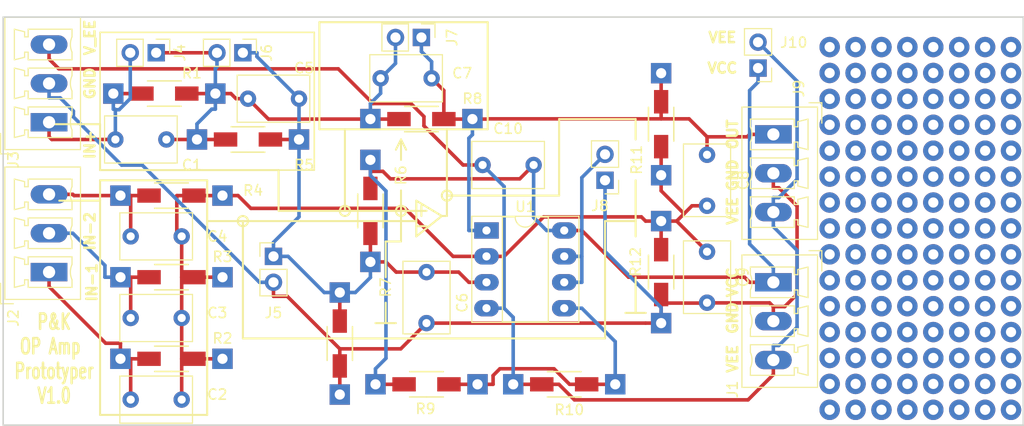
<source format=kicad_pcb>
(kicad_pcb (version 20171130) (host pcbnew "(5.0.0)")

  (general
    (thickness 1.6)
    (drawings 73)
    (tracks 361)
    (zones 0)
    (modules 33)
    (nets 14)
  )

  (page A4)
  (layers
    (0 F.Cu signal)
    (31 B.Cu signal)
    (32 B.Adhes user)
    (33 F.Adhes user)
    (34 B.Paste user)
    (35 F.Paste user)
    (36 B.SilkS user)
    (37 F.SilkS user)
    (38 B.Mask user)
    (39 F.Mask user hide)
    (40 Dwgs.User user)
    (41 Cmts.User user)
    (42 Eco1.User user)
    (43 Eco2.User user)
    (44 Edge.Cuts user)
    (45 Margin user)
    (46 B.CrtYd user hide)
    (47 F.CrtYd user)
    (48 B.Fab user)
    (49 F.Fab user hide)
  )

  (setup
    (last_trace_width 0.35)
    (trace_clearance 0.35)
    (zone_clearance 0.508)
    (zone_45_only no)
    (trace_min 0.2)
    (segment_width 0.2)
    (edge_width 0.15)
    (via_size 2)
    (via_drill 1)
    (via_min_size 0.4)
    (via_min_drill 0.3)
    (uvia_size 0.3)
    (uvia_drill 0.1)
    (uvias_allowed no)
    (uvia_min_size 0.2)
    (uvia_min_drill 0.1)
    (pcb_text_width 0.3)
    (pcb_text_size 1.5 1.5)
    (mod_edge_width 0.15)
    (mod_text_size 1 1)
    (mod_text_width 0.15)
    (pad_size 1.524 1.524)
    (pad_drill 0.762)
    (pad_to_mask_clearance 0.2)
    (aux_axis_origin 0 0)
    (visible_elements 7FFFFFFF)
    (pcbplotparams
      (layerselection 0x010fc_ffffffff)
      (usegerberextensions false)
      (usegerberattributes false)
      (usegerberadvancedattributes false)
      (creategerberjobfile false)
      (excludeedgelayer true)
      (linewidth 0.100000)
      (plotframeref false)
      (viasonmask false)
      (mode 1)
      (useauxorigin false)
      (hpglpennumber 1)
      (hpglpenspeed 20)
      (hpglpendiameter 15.000000)
      (psnegative false)
      (psa4output false)
      (plotreference true)
      (plotvalue true)
      (plotinvisibletext false)
      (padsonsilk false)
      (subtractmaskfromsilk false)
      (outputformat 1)
      (mirror false)
      (drillshape 0)
      (scaleselection 1)
      (outputdirectory "gerber/"))
  )

  (net 0 "")
  (net 1 "Net-(C1-Pad2)")
  (net 2 "Net-(C2-Pad1)")
  (net 3 "Net-(C3-Pad2)")
  (net 4 "Net-(C4-Pad2)")
  (net 5 "Net-(C5-Pad2)")
  (net 6 GND)
  (net 7 VCC)
  (net 8 VEE)
  (net 9 "Net-(J8-Pad2)")
  (net 10 "Net-(R10-Pad2)")
  (net 11 N_INV_In)
  (net 12 INV_In1)
  (net 13 OUTPUT)

  (net_class Default "Dies ist die voreingestellte Netzklasse."
    (clearance 0.35)
    (trace_width 0.35)
    (via_dia 2)
    (via_drill 1)
    (uvia_dia 0.3)
    (uvia_drill 0.1)
    (add_net INV_In1)
    (add_net N_INV_In)
    (add_net "Net-(C1-Pad2)")
    (add_net "Net-(C2-Pad1)")
    (add_net "Net-(C3-Pad2)")
    (add_net "Net-(C4-Pad2)")
    (add_net "Net-(C5-Pad2)")
    (add_net "Net-(J8-Pad2)")
    (add_net "Net-(R10-Pad2)")
    (add_net OUTPUT)
  )

  (net_class POWER ""
    (clearance 0.35)
    (trace_width 0.65)
    (via_dia 2)
    (via_drill 1)
    (uvia_dia 0.3)
    (uvia_drill 0.1)
    (add_net GND)
    (add_net VCC)
    (add_net VEE)
  )

  (module Connectors_Phoenix:PhoenixContact_MCV-G_03x3.81mm_Vertical (layer F.Cu) (tedit 59566E61) (tstamp 5D7C023B)
    (at 91 51 270)
    (descr "Generic Phoenix Contact connector footprint for series: MCV-G; number of pins: 03; pin pitch: 3.81mm; Vertical || order number: 1803439 8A 160V")
    (tags "phoenix_contact connector MCV_01x03_G_3.81mm")
    (path /5D889F63)
    (fp_text reference J1 (at 10.5 4 270) (layer F.SilkS)
      (effects (font (size 1 1) (thickness 0.15)))
    )
    (fp_text value Conn_01x03_Male (at 15.5 8 270) (layer F.Fab)
      (effects (font (size 1 1) (thickness 0.15)))
    )
    (fp_arc (start 0 3.95) (end -0.75 2.25) (angle 47.6) (layer F.SilkS) (width 0.12))
    (fp_arc (start 3.81 3.95) (end 3.06 2.25) (angle 47.6) (layer F.SilkS) (width 0.12))
    (fp_arc (start 7.62 3.95) (end 6.87 2.25) (angle 47.6) (layer F.SilkS) (width 0.12))
    (fp_line (start -2.68 -4.33) (end -2.68 3.08) (layer F.SilkS) (width 0.12))
    (fp_line (start -2.68 3.08) (end 10.3 3.08) (layer F.SilkS) (width 0.12))
    (fp_line (start 10.3 3.08) (end 10.3 -4.33) (layer F.SilkS) (width 0.12))
    (fp_line (start 10.3 -4.33) (end -2.68 -4.33) (layer F.SilkS) (width 0.12))
    (fp_line (start -2.6 -4.25) (end -2.6 3) (layer F.Fab) (width 0.1))
    (fp_line (start -2.6 3) (end 10.22 3) (layer F.Fab) (width 0.1))
    (fp_line (start 10.22 3) (end 10.22 -4.25) (layer F.Fab) (width 0.1))
    (fp_line (start 10.22 -4.25) (end -2.6 -4.25) (layer F.Fab) (width 0.1))
    (fp_line (start -0.75 2.25) (end -1.5 2.25) (layer F.SilkS) (width 0.12))
    (fp_line (start -1.5 2.25) (end -1.5 -2.05) (layer F.SilkS) (width 0.12))
    (fp_line (start -1.5 -2.05) (end -0.75 -2.05) (layer F.SilkS) (width 0.12))
    (fp_line (start -0.75 -2.05) (end -0.75 -2.4) (layer F.SilkS) (width 0.12))
    (fp_line (start -0.75 -2.4) (end -1.25 -2.4) (layer F.SilkS) (width 0.12))
    (fp_line (start -1.25 -2.4) (end -1.5 -3.4) (layer F.SilkS) (width 0.12))
    (fp_line (start -1.5 -3.4) (end 1.5 -3.4) (layer F.SilkS) (width 0.12))
    (fp_line (start 1.5 -3.4) (end 1.25 -2.4) (layer F.SilkS) (width 0.12))
    (fp_line (start 1.25 -2.4) (end 0.75 -2.4) (layer F.SilkS) (width 0.12))
    (fp_line (start 0.75 -2.4) (end 0.75 -2.05) (layer F.SilkS) (width 0.12))
    (fp_line (start 0.75 -2.05) (end 1.5 -2.05) (layer F.SilkS) (width 0.12))
    (fp_line (start 1.5 -2.05) (end 1.5 2.25) (layer F.SilkS) (width 0.12))
    (fp_line (start 1.5 2.25) (end 0.75 2.25) (layer F.SilkS) (width 0.12))
    (fp_line (start 3.06 2.25) (end 2.31 2.25) (layer F.SilkS) (width 0.12))
    (fp_line (start 2.31 2.25) (end 2.31 -2.05) (layer F.SilkS) (width 0.12))
    (fp_line (start 2.31 -2.05) (end 3.06 -2.05) (layer F.SilkS) (width 0.12))
    (fp_line (start 3.06 -2.05) (end 3.06 -2.4) (layer F.SilkS) (width 0.12))
    (fp_line (start 3.06 -2.4) (end 2.56 -2.4) (layer F.SilkS) (width 0.12))
    (fp_line (start 2.56 -2.4) (end 2.31 -3.4) (layer F.SilkS) (width 0.12))
    (fp_line (start 2.31 -3.4) (end 5.31 -3.4) (layer F.SilkS) (width 0.12))
    (fp_line (start 5.31 -3.4) (end 5.06 -2.4) (layer F.SilkS) (width 0.12))
    (fp_line (start 5.06 -2.4) (end 4.56 -2.4) (layer F.SilkS) (width 0.12))
    (fp_line (start 4.56 -2.4) (end 4.56 -2.05) (layer F.SilkS) (width 0.12))
    (fp_line (start 4.56 -2.05) (end 5.31 -2.05) (layer F.SilkS) (width 0.12))
    (fp_line (start 5.31 -2.05) (end 5.31 2.25) (layer F.SilkS) (width 0.12))
    (fp_line (start 5.31 2.25) (end 4.56 2.25) (layer F.SilkS) (width 0.12))
    (fp_line (start 6.87 2.25) (end 6.12 2.25) (layer F.SilkS) (width 0.12))
    (fp_line (start 6.12 2.25) (end 6.12 -2.05) (layer F.SilkS) (width 0.12))
    (fp_line (start 6.12 -2.05) (end 6.87 -2.05) (layer F.SilkS) (width 0.12))
    (fp_line (start 6.87 -2.05) (end 6.87 -2.4) (layer F.SilkS) (width 0.12))
    (fp_line (start 6.87 -2.4) (end 6.37 -2.4) (layer F.SilkS) (width 0.12))
    (fp_line (start 6.37 -2.4) (end 6.12 -3.4) (layer F.SilkS) (width 0.12))
    (fp_line (start 6.12 -3.4) (end 9.12 -3.4) (layer F.SilkS) (width 0.12))
    (fp_line (start 9.12 -3.4) (end 8.87 -2.4) (layer F.SilkS) (width 0.12))
    (fp_line (start 8.87 -2.4) (end 8.37 -2.4) (layer F.SilkS) (width 0.12))
    (fp_line (start 8.37 -2.4) (end 8.37 -2.05) (layer F.SilkS) (width 0.12))
    (fp_line (start 8.37 -2.05) (end 9.12 -2.05) (layer F.SilkS) (width 0.12))
    (fp_line (start 9.12 -2.05) (end 9.12 2.25) (layer F.SilkS) (width 0.12))
    (fp_line (start 9.12 2.25) (end 8.37 2.25) (layer F.SilkS) (width 0.12))
    (fp_line (start -3.1 -4.75) (end -3.1 3.5) (layer F.CrtYd) (width 0.05))
    (fp_line (start -3.1 3.5) (end 10.72 3.5) (layer F.CrtYd) (width 0.05))
    (fp_line (start 10.72 3.5) (end 10.72 -4.75) (layer F.CrtYd) (width 0.05))
    (fp_line (start 10.72 -4.75) (end -3.1 -4.75) (layer F.CrtYd) (width 0.05))
    (fp_line (start -3.1 -3.5) (end -3.1 -4.75) (layer F.SilkS) (width 0.12))
    (fp_line (start -3.1 -4.75) (end -1.1 -4.75) (layer F.SilkS) (width 0.12))
    (fp_line (start -3.1 -3.5) (end -3.1 -4.75) (layer F.Fab) (width 0.1))
    (fp_line (start -3.1 -4.75) (end -1.1 -4.75) (layer F.Fab) (width 0.1))
    (fp_text user %R (at 3.81 -3 270) (layer F.Fab)
      (effects (font (size 1 1) (thickness 0.15)))
    )
    (pad 1 thru_hole rect (at 0 0 270) (size 1.8 3.6) (drill 1.2) (layers *.Cu *.Mask)
      (net 7 VCC))
    (pad 2 thru_hole oval (at 3.81 0 270) (size 1.8 3.6) (drill 1.2) (layers *.Cu *.Mask)
      (net 6 GND))
    (pad 3 thru_hole oval (at 7.62 0 270) (size 1.8 3.6) (drill 1.2) (layers *.Cu *.Mask)
      (net 8 VEE))
    (model ${KISYS3DMOD}/Connectors_Phoenix.3dshapes/PhoenixContact_MCV-G_03x3.81mm_Vertical.wrl
      (at (xyz 0 0 0))
      (scale (xyz 1 1 1))
      (rotate (xyz 0 0 0))
    )
  )

  (module Connectors_Phoenix:PhoenixContact_MCV-G_03x3.81mm_Vertical (layer F.Cu) (tedit 59566E61) (tstamp 5D7C027D)
    (at 20 50 90)
    (descr "Generic Phoenix Contact connector footprint for series: MCV-G; number of pins: 03; pin pitch: 3.81mm; Vertical || order number: 1803439 8A 160V")
    (tags "phoenix_contact connector MCV_01x03_G_3.81mm")
    (path /5D8356DA)
    (fp_text reference J2 (at -4.5 -3.5 90) (layer F.SilkS)
      (effects (font (size 1 1) (thickness 0.15)))
    )
    (fp_text value Conn_01x03_Male (at 3.81 4 90) (layer F.Fab)
      (effects (font (size 1 1) (thickness 0.15)))
    )
    (fp_arc (start 0 3.95) (end -0.75 2.25) (angle 47.6) (layer F.SilkS) (width 0.12))
    (fp_arc (start 3.81 3.95) (end 3.06 2.25) (angle 47.6) (layer F.SilkS) (width 0.12))
    (fp_arc (start 7.62 3.95) (end 6.87 2.25) (angle 47.6) (layer F.SilkS) (width 0.12))
    (fp_line (start -2.68 -4.33) (end -2.68 3.08) (layer F.SilkS) (width 0.12))
    (fp_line (start -2.68 3.08) (end 10.3 3.08) (layer F.SilkS) (width 0.12))
    (fp_line (start 10.3 3.08) (end 10.3 -4.33) (layer F.SilkS) (width 0.12))
    (fp_line (start 10.3 -4.33) (end -2.68 -4.33) (layer F.SilkS) (width 0.12))
    (fp_line (start -2.6 -4.25) (end -2.6 3) (layer F.Fab) (width 0.1))
    (fp_line (start -2.6 3) (end 10.22 3) (layer F.Fab) (width 0.1))
    (fp_line (start 10.22 3) (end 10.22 -4.25) (layer F.Fab) (width 0.1))
    (fp_line (start 10.22 -4.25) (end -2.6 -4.25) (layer F.Fab) (width 0.1))
    (fp_line (start -0.75 2.25) (end -1.5 2.25) (layer F.SilkS) (width 0.12))
    (fp_line (start -1.5 2.25) (end -1.5 -2.05) (layer F.SilkS) (width 0.12))
    (fp_line (start -1.5 -2.05) (end -0.75 -2.05) (layer F.SilkS) (width 0.12))
    (fp_line (start -0.75 -2.05) (end -0.75 -2.4) (layer F.SilkS) (width 0.12))
    (fp_line (start -0.75 -2.4) (end -1.25 -2.4) (layer F.SilkS) (width 0.12))
    (fp_line (start -1.25 -2.4) (end -1.5 -3.4) (layer F.SilkS) (width 0.12))
    (fp_line (start -1.5 -3.4) (end 1.5 -3.4) (layer F.SilkS) (width 0.12))
    (fp_line (start 1.5 -3.4) (end 1.25 -2.4) (layer F.SilkS) (width 0.12))
    (fp_line (start 1.25 -2.4) (end 0.75 -2.4) (layer F.SilkS) (width 0.12))
    (fp_line (start 0.75 -2.4) (end 0.75 -2.05) (layer F.SilkS) (width 0.12))
    (fp_line (start 0.75 -2.05) (end 1.5 -2.05) (layer F.SilkS) (width 0.12))
    (fp_line (start 1.5 -2.05) (end 1.5 2.25) (layer F.SilkS) (width 0.12))
    (fp_line (start 1.5 2.25) (end 0.75 2.25) (layer F.SilkS) (width 0.12))
    (fp_line (start 3.06 2.25) (end 2.31 2.25) (layer F.SilkS) (width 0.12))
    (fp_line (start 2.31 2.25) (end 2.31 -2.05) (layer F.SilkS) (width 0.12))
    (fp_line (start 2.31 -2.05) (end 3.06 -2.05) (layer F.SilkS) (width 0.12))
    (fp_line (start 3.06 -2.05) (end 3.06 -2.4) (layer F.SilkS) (width 0.12))
    (fp_line (start 3.06 -2.4) (end 2.56 -2.4) (layer F.SilkS) (width 0.12))
    (fp_line (start 2.56 -2.4) (end 2.31 -3.4) (layer F.SilkS) (width 0.12))
    (fp_line (start 2.31 -3.4) (end 5.31 -3.4) (layer F.SilkS) (width 0.12))
    (fp_line (start 5.31 -3.4) (end 5.06 -2.4) (layer F.SilkS) (width 0.12))
    (fp_line (start 5.06 -2.4) (end 4.56 -2.4) (layer F.SilkS) (width 0.12))
    (fp_line (start 4.56 -2.4) (end 4.56 -2.05) (layer F.SilkS) (width 0.12))
    (fp_line (start 4.56 -2.05) (end 5.31 -2.05) (layer F.SilkS) (width 0.12))
    (fp_line (start 5.31 -2.05) (end 5.31 2.25) (layer F.SilkS) (width 0.12))
    (fp_line (start 5.31 2.25) (end 4.56 2.25) (layer F.SilkS) (width 0.12))
    (fp_line (start 6.87 2.25) (end 6.12 2.25) (layer F.SilkS) (width 0.12))
    (fp_line (start 6.12 2.25) (end 6.12 -2.05) (layer F.SilkS) (width 0.12))
    (fp_line (start 6.12 -2.05) (end 6.87 -2.05) (layer F.SilkS) (width 0.12))
    (fp_line (start 6.87 -2.05) (end 6.87 -2.4) (layer F.SilkS) (width 0.12))
    (fp_line (start 6.87 -2.4) (end 6.37 -2.4) (layer F.SilkS) (width 0.12))
    (fp_line (start 6.37 -2.4) (end 6.12 -3.4) (layer F.SilkS) (width 0.12))
    (fp_line (start 6.12 -3.4) (end 9.12 -3.4) (layer F.SilkS) (width 0.12))
    (fp_line (start 9.12 -3.4) (end 8.87 -2.4) (layer F.SilkS) (width 0.12))
    (fp_line (start 8.87 -2.4) (end 8.37 -2.4) (layer F.SilkS) (width 0.12))
    (fp_line (start 8.37 -2.4) (end 8.37 -2.05) (layer F.SilkS) (width 0.12))
    (fp_line (start 8.37 -2.05) (end 9.12 -2.05) (layer F.SilkS) (width 0.12))
    (fp_line (start 9.12 -2.05) (end 9.12 2.25) (layer F.SilkS) (width 0.12))
    (fp_line (start 9.12 2.25) (end 8.37 2.25) (layer F.SilkS) (width 0.12))
    (fp_line (start -3.1 -4.75) (end -3.1 3.5) (layer F.CrtYd) (width 0.05))
    (fp_line (start -3.1 3.5) (end 10.72 3.5) (layer F.CrtYd) (width 0.05))
    (fp_line (start 10.72 3.5) (end 10.72 -4.75) (layer F.CrtYd) (width 0.05))
    (fp_line (start 10.72 -4.75) (end -3.1 -4.75) (layer F.CrtYd) (width 0.05))
    (fp_line (start -3.1 -3.5) (end -3.1 -4.75) (layer F.SilkS) (width 0.12))
    (fp_line (start -3.1 -4.75) (end -1.1 -4.75) (layer F.SilkS) (width 0.12))
    (fp_line (start -3.1 -3.5) (end -3.1 -4.75) (layer F.Fab) (width 0.1))
    (fp_line (start -3.1 -4.75) (end -1.1 -4.75) (layer F.Fab) (width 0.1))
    (fp_text user %R (at 3.81 -3 90) (layer F.Fab)
      (effects (font (size 1 1) (thickness 0.15)))
    )
    (pad 1 thru_hole rect (at 0 0 90) (size 1.8 3.6) (drill 1.2) (layers *.Cu *.Mask)
      (net 12 INV_In1))
    (pad 2 thru_hole oval (at 3.81 0 90) (size 1.8 3.6) (drill 1.2) (layers *.Cu *.Mask)
      (net 3 "Net-(C3-Pad2)"))
    (pad 3 thru_hole oval (at 7.62 0 90) (size 1.8 3.6) (drill 1.2) (layers *.Cu *.Mask)
      (net 4 "Net-(C4-Pad2)"))
    (model ${KISYS3DMOD}/Connectors_Phoenix.3dshapes/PhoenixContact_MCV-G_03x3.81mm_Vertical.wrl
      (at (xyz 0 0 0))
      (scale (xyz 1 1 1))
      (rotate (xyz 0 0 0))
    )
  )

  (module Connectors_Phoenix:PhoenixContact_MCV-G_03x3.81mm_Vertical (layer F.Cu) (tedit 59566E61) (tstamp 5D7C02BF)
    (at 20 35.31 90)
    (descr "Generic Phoenix Contact connector footprint for series: MCV-G; number of pins: 03; pin pitch: 3.81mm; Vertical || order number: 1803439 8A 160V")
    (tags "phoenix_contact connector MCV_01x03_G_3.81mm")
    (path /5D835640)
    (fp_text reference J3 (at -3.69 -3.5 90) (layer F.SilkS)
      (effects (font (size 1 1) (thickness 0.15)))
    )
    (fp_text value Conn_01x03_Male (at 3.81 4 90) (layer F.Fab)
      (effects (font (size 1 1) (thickness 0.15)))
    )
    (fp_text user %R (at 3.81 -3 90) (layer F.Fab)
      (effects (font (size 1 1) (thickness 0.15)))
    )
    (fp_line (start -3.1 -4.75) (end -1.1 -4.75) (layer F.Fab) (width 0.1))
    (fp_line (start -3.1 -3.5) (end -3.1 -4.75) (layer F.Fab) (width 0.1))
    (fp_line (start -3.1 -4.75) (end -1.1 -4.75) (layer F.SilkS) (width 0.12))
    (fp_line (start -3.1 -3.5) (end -3.1 -4.75) (layer F.SilkS) (width 0.12))
    (fp_line (start 10.72 -4.75) (end -3.1 -4.75) (layer F.CrtYd) (width 0.05))
    (fp_line (start 10.72 3.5) (end 10.72 -4.75) (layer F.CrtYd) (width 0.05))
    (fp_line (start -3.1 3.5) (end 10.72 3.5) (layer F.CrtYd) (width 0.05))
    (fp_line (start -3.1 -4.75) (end -3.1 3.5) (layer F.CrtYd) (width 0.05))
    (fp_line (start 9.12 2.25) (end 8.37 2.25) (layer F.SilkS) (width 0.12))
    (fp_line (start 9.12 -2.05) (end 9.12 2.25) (layer F.SilkS) (width 0.12))
    (fp_line (start 8.37 -2.05) (end 9.12 -2.05) (layer F.SilkS) (width 0.12))
    (fp_line (start 8.37 -2.4) (end 8.37 -2.05) (layer F.SilkS) (width 0.12))
    (fp_line (start 8.87 -2.4) (end 8.37 -2.4) (layer F.SilkS) (width 0.12))
    (fp_line (start 9.12 -3.4) (end 8.87 -2.4) (layer F.SilkS) (width 0.12))
    (fp_line (start 6.12 -3.4) (end 9.12 -3.4) (layer F.SilkS) (width 0.12))
    (fp_line (start 6.37 -2.4) (end 6.12 -3.4) (layer F.SilkS) (width 0.12))
    (fp_line (start 6.87 -2.4) (end 6.37 -2.4) (layer F.SilkS) (width 0.12))
    (fp_line (start 6.87 -2.05) (end 6.87 -2.4) (layer F.SilkS) (width 0.12))
    (fp_line (start 6.12 -2.05) (end 6.87 -2.05) (layer F.SilkS) (width 0.12))
    (fp_line (start 6.12 2.25) (end 6.12 -2.05) (layer F.SilkS) (width 0.12))
    (fp_line (start 6.87 2.25) (end 6.12 2.25) (layer F.SilkS) (width 0.12))
    (fp_line (start 5.31 2.25) (end 4.56 2.25) (layer F.SilkS) (width 0.12))
    (fp_line (start 5.31 -2.05) (end 5.31 2.25) (layer F.SilkS) (width 0.12))
    (fp_line (start 4.56 -2.05) (end 5.31 -2.05) (layer F.SilkS) (width 0.12))
    (fp_line (start 4.56 -2.4) (end 4.56 -2.05) (layer F.SilkS) (width 0.12))
    (fp_line (start 5.06 -2.4) (end 4.56 -2.4) (layer F.SilkS) (width 0.12))
    (fp_line (start 5.31 -3.4) (end 5.06 -2.4) (layer F.SilkS) (width 0.12))
    (fp_line (start 2.31 -3.4) (end 5.31 -3.4) (layer F.SilkS) (width 0.12))
    (fp_line (start 2.56 -2.4) (end 2.31 -3.4) (layer F.SilkS) (width 0.12))
    (fp_line (start 3.06 -2.4) (end 2.56 -2.4) (layer F.SilkS) (width 0.12))
    (fp_line (start 3.06 -2.05) (end 3.06 -2.4) (layer F.SilkS) (width 0.12))
    (fp_line (start 2.31 -2.05) (end 3.06 -2.05) (layer F.SilkS) (width 0.12))
    (fp_line (start 2.31 2.25) (end 2.31 -2.05) (layer F.SilkS) (width 0.12))
    (fp_line (start 3.06 2.25) (end 2.31 2.25) (layer F.SilkS) (width 0.12))
    (fp_line (start 1.5 2.25) (end 0.75 2.25) (layer F.SilkS) (width 0.12))
    (fp_line (start 1.5 -2.05) (end 1.5 2.25) (layer F.SilkS) (width 0.12))
    (fp_line (start 0.75 -2.05) (end 1.5 -2.05) (layer F.SilkS) (width 0.12))
    (fp_line (start 0.75 -2.4) (end 0.75 -2.05) (layer F.SilkS) (width 0.12))
    (fp_line (start 1.25 -2.4) (end 0.75 -2.4) (layer F.SilkS) (width 0.12))
    (fp_line (start 1.5 -3.4) (end 1.25 -2.4) (layer F.SilkS) (width 0.12))
    (fp_line (start -1.5 -3.4) (end 1.5 -3.4) (layer F.SilkS) (width 0.12))
    (fp_line (start -1.25 -2.4) (end -1.5 -3.4) (layer F.SilkS) (width 0.12))
    (fp_line (start -0.75 -2.4) (end -1.25 -2.4) (layer F.SilkS) (width 0.12))
    (fp_line (start -0.75 -2.05) (end -0.75 -2.4) (layer F.SilkS) (width 0.12))
    (fp_line (start -1.5 -2.05) (end -0.75 -2.05) (layer F.SilkS) (width 0.12))
    (fp_line (start -1.5 2.25) (end -1.5 -2.05) (layer F.SilkS) (width 0.12))
    (fp_line (start -0.75 2.25) (end -1.5 2.25) (layer F.SilkS) (width 0.12))
    (fp_line (start 10.22 -4.25) (end -2.6 -4.25) (layer F.Fab) (width 0.1))
    (fp_line (start 10.22 3) (end 10.22 -4.25) (layer F.Fab) (width 0.1))
    (fp_line (start -2.6 3) (end 10.22 3) (layer F.Fab) (width 0.1))
    (fp_line (start -2.6 -4.25) (end -2.6 3) (layer F.Fab) (width 0.1))
    (fp_line (start 10.3 -4.33) (end -2.68 -4.33) (layer F.SilkS) (width 0.12))
    (fp_line (start 10.3 3.08) (end 10.3 -4.33) (layer F.SilkS) (width 0.12))
    (fp_line (start -2.68 3.08) (end 10.3 3.08) (layer F.SilkS) (width 0.12))
    (fp_line (start -2.68 -4.33) (end -2.68 3.08) (layer F.SilkS) (width 0.12))
    (fp_arc (start 7.62 3.95) (end 6.87 2.25) (angle 47.6) (layer F.SilkS) (width 0.12))
    (fp_arc (start 3.81 3.95) (end 3.06 2.25) (angle 47.6) (layer F.SilkS) (width 0.12))
    (fp_arc (start 0 3.95) (end -0.75 2.25) (angle 47.6) (layer F.SilkS) (width 0.12))
    (pad 3 thru_hole oval (at 7.62 0 90) (size 1.8 3.6) (drill 1.2) (layers *.Cu *.Mask)
      (net 8 VEE))
    (pad 2 thru_hole oval (at 3.81 0 90) (size 1.8 3.6) (drill 1.2) (layers *.Cu *.Mask)
      (net 6 GND))
    (pad 1 thru_hole rect (at 0 0 90) (size 1.8 3.6) (drill 1.2) (layers *.Cu *.Mask)
      (net 11 N_INV_In))
    (model ${KISYS3DMOD}/Connectors_Phoenix.3dshapes/PhoenixContact_MCV-G_03x3.81mm_Vertical.wrl
      (at (xyz 0 0 0))
      (scale (xyz 1 1 1))
      (rotate (xyz 0 0 0))
    )
  )

  (module Pin_Headers:Pin_Header_Straight_1x02_Pitch2.54mm (layer F.Cu) (tedit 59650532) (tstamp 5D7C02D5)
    (at 30.5 28.5 270)
    (descr "Through hole straight pin header, 1x02, 2.54mm pitch, single row")
    (tags "Through hole pin header THT 1x02 2.54mm single row")
    (path /5D7CC298)
    (fp_text reference J4 (at 0 -2.33 270) (layer F.SilkS)
      (effects (font (size 1 1) (thickness 0.15)))
    )
    (fp_text value Conn_01x02_Male (at 0 4.87 270) (layer F.Fab)
      (effects (font (size 1 1) (thickness 0.15)))
    )
    (fp_line (start -0.635 -1.27) (end 1.27 -1.27) (layer F.Fab) (width 0.1))
    (fp_line (start 1.27 -1.27) (end 1.27 3.81) (layer F.Fab) (width 0.1))
    (fp_line (start 1.27 3.81) (end -1.27 3.81) (layer F.Fab) (width 0.1))
    (fp_line (start -1.27 3.81) (end -1.27 -0.635) (layer F.Fab) (width 0.1))
    (fp_line (start -1.27 -0.635) (end -0.635 -1.27) (layer F.Fab) (width 0.1))
    (fp_line (start -1.33 3.87) (end 1.33 3.87) (layer F.SilkS) (width 0.12))
    (fp_line (start -1.33 1.27) (end -1.33 3.87) (layer F.SilkS) (width 0.12))
    (fp_line (start 1.33 1.27) (end 1.33 3.87) (layer F.SilkS) (width 0.12))
    (fp_line (start -1.33 1.27) (end 1.33 1.27) (layer F.SilkS) (width 0.12))
    (fp_line (start -1.33 0) (end -1.33 -1.33) (layer F.SilkS) (width 0.12))
    (fp_line (start -1.33 -1.33) (end 0 -1.33) (layer F.SilkS) (width 0.12))
    (fp_line (start -1.8 -1.8) (end -1.8 4.35) (layer F.CrtYd) (width 0.05))
    (fp_line (start -1.8 4.35) (end 1.8 4.35) (layer F.CrtYd) (width 0.05))
    (fp_line (start 1.8 4.35) (end 1.8 -1.8) (layer F.CrtYd) (width 0.05))
    (fp_line (start 1.8 -1.8) (end -1.8 -1.8) (layer F.CrtYd) (width 0.05))
    (fp_text user %R (at 0 1.27) (layer F.Fab)
      (effects (font (size 1 1) (thickness 0.15)))
    )
    (pad 1 thru_hole rect (at 0 0 270) (size 1.7 1.7) (drill 1) (layers *.Cu *.Mask)
      (net 1 "Net-(C1-Pad2)"))
    (pad 2 thru_hole oval (at 0 2.54 270) (size 1.7 1.7) (drill 1) (layers *.Cu *.Mask)
      (net 11 N_INV_In))
    (model ${KISYS3DMOD}/Pin_Headers.3dshapes/Pin_Header_Straight_1x02_Pitch2.54mm.wrl
      (at (xyz 0 0 0))
      (scale (xyz 1 1 1))
      (rotate (xyz 0 0 0))
    )
  )

  (module Pin_Headers:Pin_Header_Straight_1x02_Pitch2.54mm (layer F.Cu) (tedit 59650532) (tstamp 5D7C02EB)
    (at 42 48.46)
    (descr "Through hole straight pin header, 1x02, 2.54mm pitch, single row")
    (tags "Through hole pin header THT 1x02 2.54mm single row")
    (path /5D7D10C7)
    (fp_text reference J5 (at 0 5.54) (layer F.SilkS)
      (effects (font (size 1 1) (thickness 0.15)))
    )
    (fp_text value Conn_01x02_Male (at 0 4.87) (layer F.Fab)
      (effects (font (size 1 1) (thickness 0.15)))
    )
    (fp_line (start -0.635 -1.27) (end 1.27 -1.27) (layer F.Fab) (width 0.1))
    (fp_line (start 1.27 -1.27) (end 1.27 3.81) (layer F.Fab) (width 0.1))
    (fp_line (start 1.27 3.81) (end -1.27 3.81) (layer F.Fab) (width 0.1))
    (fp_line (start -1.27 3.81) (end -1.27 -0.635) (layer F.Fab) (width 0.1))
    (fp_line (start -1.27 -0.635) (end -0.635 -1.27) (layer F.Fab) (width 0.1))
    (fp_line (start -1.33 3.87) (end 1.33 3.87) (layer F.SilkS) (width 0.12))
    (fp_line (start -1.33 1.27) (end -1.33 3.87) (layer F.SilkS) (width 0.12))
    (fp_line (start 1.33 1.27) (end 1.33 3.87) (layer F.SilkS) (width 0.12))
    (fp_line (start -1.33 1.27) (end 1.33 1.27) (layer F.SilkS) (width 0.12))
    (fp_line (start -1.33 0) (end -1.33 -1.33) (layer F.SilkS) (width 0.12))
    (fp_line (start -1.33 -1.33) (end 0 -1.33) (layer F.SilkS) (width 0.12))
    (fp_line (start -1.8 -1.8) (end -1.8 4.35) (layer F.CrtYd) (width 0.05))
    (fp_line (start -1.8 4.35) (end 1.8 4.35) (layer F.CrtYd) (width 0.05))
    (fp_line (start 1.8 4.35) (end 1.8 -1.8) (layer F.CrtYd) (width 0.05))
    (fp_line (start 1.8 -1.8) (end -1.8 -1.8) (layer F.CrtYd) (width 0.05))
    (fp_text user %R (at 0 1.27 90) (layer F.Fab)
      (effects (font (size 1 1) (thickness 0.15)))
    )
    (pad 1 thru_hole rect (at 0 0) (size 1.7 1.7) (drill 1) (layers *.Cu *.Mask)
      (net 5 "Net-(C5-Pad2)"))
    (pad 2 thru_hole oval (at 0 2.54) (size 1.7 1.7) (drill 1) (layers *.Cu *.Mask)
      (net 6 GND))
    (model ${KISYS3DMOD}/Pin_Headers.3dshapes/Pin_Header_Straight_1x02_Pitch2.54mm.wrl
      (at (xyz 0 0 0))
      (scale (xyz 1 1 1))
      (rotate (xyz 0 0 0))
    )
  )

  (module Pin_Headers:Pin_Header_Straight_1x02_Pitch2.54mm (layer F.Cu) (tedit 59650532) (tstamp 5D7C0301)
    (at 39 28.5 270)
    (descr "Through hole straight pin header, 1x02, 2.54mm pitch, single row")
    (tags "Through hole pin header THT 1x02 2.54mm single row")
    (path /5D7CC232)
    (fp_text reference J6 (at 0 -2.33 270) (layer F.SilkS)
      (effects (font (size 1 1) (thickness 0.15)))
    )
    (fp_text value Conn_01x02_Male (at 0 4.87 270) (layer F.Fab)
      (effects (font (size 1 1) (thickness 0.15)))
    )
    (fp_line (start -0.635 -1.27) (end 1.27 -1.27) (layer F.Fab) (width 0.1))
    (fp_line (start 1.27 -1.27) (end 1.27 3.81) (layer F.Fab) (width 0.1))
    (fp_line (start 1.27 3.81) (end -1.27 3.81) (layer F.Fab) (width 0.1))
    (fp_line (start -1.27 3.81) (end -1.27 -0.635) (layer F.Fab) (width 0.1))
    (fp_line (start -1.27 -0.635) (end -0.635 -1.27) (layer F.Fab) (width 0.1))
    (fp_line (start -1.33 3.87) (end 1.33 3.87) (layer F.SilkS) (width 0.12))
    (fp_line (start -1.33 1.27) (end -1.33 3.87) (layer F.SilkS) (width 0.12))
    (fp_line (start 1.33 1.27) (end 1.33 3.87) (layer F.SilkS) (width 0.12))
    (fp_line (start -1.33 1.27) (end 1.33 1.27) (layer F.SilkS) (width 0.12))
    (fp_line (start -1.33 0) (end -1.33 -1.33) (layer F.SilkS) (width 0.12))
    (fp_line (start -1.33 -1.33) (end 0 -1.33) (layer F.SilkS) (width 0.12))
    (fp_line (start -1.8 -1.8) (end -1.8 4.35) (layer F.CrtYd) (width 0.05))
    (fp_line (start -1.8 4.35) (end 1.8 4.35) (layer F.CrtYd) (width 0.05))
    (fp_line (start 1.8 4.35) (end 1.8 -1.8) (layer F.CrtYd) (width 0.05))
    (fp_line (start 1.8 -1.8) (end -1.8 -1.8) (layer F.CrtYd) (width 0.05))
    (fp_text user %R (at -4.325001 -7.605001) (layer F.Fab)
      (effects (font (size 1 1) (thickness 0.15)))
    )
    (pad 1 thru_hole rect (at 0 0 270) (size 1.7 1.7) (drill 1) (layers *.Cu *.Mask)
      (net 5 "Net-(C5-Pad2)"))
    (pad 2 thru_hole oval (at 0 2.54 270) (size 1.7 1.7) (drill 1) (layers *.Cu *.Mask)
      (net 1 "Net-(C1-Pad2)"))
    (model ${KISYS3DMOD}/Pin_Headers.3dshapes/Pin_Header_Straight_1x02_Pitch2.54mm.wrl
      (at (xyz 0 0 0))
      (scale (xyz 1 1 1))
      (rotate (xyz 0 0 0))
    )
  )

  (module Pin_Headers:Pin_Header_Straight_1x02_Pitch2.54mm (layer F.Cu) (tedit 59650532) (tstamp 5D7C0317)
    (at 56.5 27 270)
    (descr "Through hole straight pin header, 1x02, 2.54mm pitch, single row")
    (tags "Through hole pin header THT 1x02 2.54mm single row")
    (path /5D7CA0B6)
    (fp_text reference J7 (at 0 -3 270) (layer F.SilkS)
      (effects (font (size 1 1) (thickness 0.15)))
    )
    (fp_text value Conn_01x02_Male (at 0 4.87 270) (layer F.Fab)
      (effects (font (size 1 1) (thickness 0.15)))
    )
    (fp_text user %R (at 0 1.27) (layer F.Fab)
      (effects (font (size 1 1) (thickness 0.15)))
    )
    (fp_line (start 1.8 -1.8) (end -1.8 -1.8) (layer F.CrtYd) (width 0.05))
    (fp_line (start 1.8 4.35) (end 1.8 -1.8) (layer F.CrtYd) (width 0.05))
    (fp_line (start -1.8 4.35) (end 1.8 4.35) (layer F.CrtYd) (width 0.05))
    (fp_line (start -1.8 -1.8) (end -1.8 4.35) (layer F.CrtYd) (width 0.05))
    (fp_line (start -1.33 -1.33) (end 0 -1.33) (layer F.SilkS) (width 0.12))
    (fp_line (start -1.33 0) (end -1.33 -1.33) (layer F.SilkS) (width 0.12))
    (fp_line (start -1.33 1.27) (end 1.33 1.27) (layer F.SilkS) (width 0.12))
    (fp_line (start 1.33 1.27) (end 1.33 3.87) (layer F.SilkS) (width 0.12))
    (fp_line (start -1.33 1.27) (end -1.33 3.87) (layer F.SilkS) (width 0.12))
    (fp_line (start -1.33 3.87) (end 1.33 3.87) (layer F.SilkS) (width 0.12))
    (fp_line (start -1.27 -0.635) (end -0.635 -1.27) (layer F.Fab) (width 0.1))
    (fp_line (start -1.27 3.81) (end -1.27 -0.635) (layer F.Fab) (width 0.1))
    (fp_line (start 1.27 3.81) (end -1.27 3.81) (layer F.Fab) (width 0.1))
    (fp_line (start 1.27 -1.27) (end 1.27 3.81) (layer F.Fab) (width 0.1))
    (fp_line (start -0.635 -1.27) (end 1.27 -1.27) (layer F.Fab) (width 0.1))
    (pad 2 thru_hole oval (at 0 2.54 270) (size 1.7 1.7) (drill 1) (layers *.Cu *.Mask)
      (net 1 "Net-(C1-Pad2)"))
    (pad 1 thru_hole rect (at 0 0 270) (size 1.7 1.7) (drill 1) (layers *.Cu *.Mask)
      (net 13 OUTPUT))
    (model ${KISYS3DMOD}/Pin_Headers.3dshapes/Pin_Header_Straight_1x02_Pitch2.54mm.wrl
      (at (xyz 0 0 0))
      (scale (xyz 1 1 1))
      (rotate (xyz 0 0 0))
    )
  )

  (module Pin_Headers:Pin_Header_Straight_1x02_Pitch2.54mm (layer F.Cu) (tedit 59650532) (tstamp 5D7C032D)
    (at 74.5 41 180)
    (descr "Through hole straight pin header, 1x02, 2.54mm pitch, single row")
    (tags "Through hole pin header THT 1x02 2.54mm single row")
    (path /5D8ED0BB)
    (fp_text reference J8 (at 0.5 -2.5 180) (layer F.SilkS)
      (effects (font (size 1 1) (thickness 0.15)))
    )
    (fp_text value Conn_01x02_Male (at 0 4.87 180) (layer F.Fab)
      (effects (font (size 1 1) (thickness 0.15)))
    )
    (fp_line (start -0.635 -1.27) (end 1.27 -1.27) (layer F.Fab) (width 0.1))
    (fp_line (start 1.27 -1.27) (end 1.27 3.81) (layer F.Fab) (width 0.1))
    (fp_line (start 1.27 3.81) (end -1.27 3.81) (layer F.Fab) (width 0.1))
    (fp_line (start -1.27 3.81) (end -1.27 -0.635) (layer F.Fab) (width 0.1))
    (fp_line (start -1.27 -0.635) (end -0.635 -1.27) (layer F.Fab) (width 0.1))
    (fp_line (start -1.33 3.87) (end 1.33 3.87) (layer F.SilkS) (width 0.12))
    (fp_line (start -1.33 1.27) (end -1.33 3.87) (layer F.SilkS) (width 0.12))
    (fp_line (start 1.33 1.27) (end 1.33 3.87) (layer F.SilkS) (width 0.12))
    (fp_line (start -1.33 1.27) (end 1.33 1.27) (layer F.SilkS) (width 0.12))
    (fp_line (start -1.33 0) (end -1.33 -1.33) (layer F.SilkS) (width 0.12))
    (fp_line (start -1.33 -1.33) (end 0 -1.33) (layer F.SilkS) (width 0.12))
    (fp_line (start -1.8 -1.8) (end -1.8 4.35) (layer F.CrtYd) (width 0.05))
    (fp_line (start -1.8 4.35) (end 1.8 4.35) (layer F.CrtYd) (width 0.05))
    (fp_line (start 1.8 4.35) (end 1.8 -1.8) (layer F.CrtYd) (width 0.05))
    (fp_line (start 1.8 -1.8) (end -1.8 -1.8) (layer F.CrtYd) (width 0.05))
    (fp_text user %R (at 0 1.27 270) (layer F.Fab)
      (effects (font (size 1 1) (thickness 0.15)))
    )
    (pad 1 thru_hole rect (at 0 0 180) (size 1.7 1.7) (drill 1) (layers *.Cu *.Mask)
      (net 6 GND))
    (pad 2 thru_hole oval (at 0 2.54 180) (size 1.7 1.7) (drill 1) (layers *.Cu *.Mask)
      (net 9 "Net-(J8-Pad2)"))
    (model ${KISYS3DMOD}/Pin_Headers.3dshapes/Pin_Header_Straight_1x02_Pitch2.54mm.wrl
      (at (xyz 0 0 0))
      (scale (xyz 1 1 1))
      (rotate (xyz 0 0 0))
    )
  )

  (module Connectors_Phoenix:PhoenixContact_MCV-G_03x3.81mm_Vertical (layer F.Cu) (tedit 59566E61) (tstamp 5D7C036F)
    (at 91 36.5 270)
    (descr "Generic Phoenix Contact connector footprint for series: MCV-G; number of pins: 03; pin pitch: 3.81mm; Vertical || order number: 1803439 8A 160V")
    (tags "phoenix_contact connector MCV_01x03_G_3.81mm")
    (path /5D84CB46)
    (fp_text reference J9 (at -4.5 -2.5 270) (layer F.SilkS)
      (effects (font (size 1 1) (thickness 0.15)))
    )
    (fp_text value Conn_01x03_Male (at 3.81 4 270) (layer F.Fab)
      (effects (font (size 1 1) (thickness 0.15)))
    )
    (fp_text user %R (at 3.81 -3 270) (layer F.Fab)
      (effects (font (size 1 1) (thickness 0.15)))
    )
    (fp_line (start -3.1 -4.75) (end -1.1 -4.75) (layer F.Fab) (width 0.1))
    (fp_line (start -3.1 -3.5) (end -3.1 -4.75) (layer F.Fab) (width 0.1))
    (fp_line (start -3.1 -4.75) (end -1.1 -4.75) (layer F.SilkS) (width 0.12))
    (fp_line (start -3.1 -3.5) (end -3.1 -4.75) (layer F.SilkS) (width 0.12))
    (fp_line (start 10.72 -4.75) (end -3.1 -4.75) (layer F.CrtYd) (width 0.05))
    (fp_line (start 10.72 3.5) (end 10.72 -4.75) (layer F.CrtYd) (width 0.05))
    (fp_line (start -3.1 3.5) (end 10.72 3.5) (layer F.CrtYd) (width 0.05))
    (fp_line (start -3.1 -4.75) (end -3.1 3.5) (layer F.CrtYd) (width 0.05))
    (fp_line (start 9.12 2.25) (end 8.37 2.25) (layer F.SilkS) (width 0.12))
    (fp_line (start 9.12 -2.05) (end 9.12 2.25) (layer F.SilkS) (width 0.12))
    (fp_line (start 8.37 -2.05) (end 9.12 -2.05) (layer F.SilkS) (width 0.12))
    (fp_line (start 8.37 -2.4) (end 8.37 -2.05) (layer F.SilkS) (width 0.12))
    (fp_line (start 8.87 -2.4) (end 8.37 -2.4) (layer F.SilkS) (width 0.12))
    (fp_line (start 9.12 -3.4) (end 8.87 -2.4) (layer F.SilkS) (width 0.12))
    (fp_line (start 6.12 -3.4) (end 9.12 -3.4) (layer F.SilkS) (width 0.12))
    (fp_line (start 6.37 -2.4) (end 6.12 -3.4) (layer F.SilkS) (width 0.12))
    (fp_line (start 6.87 -2.4) (end 6.37 -2.4) (layer F.SilkS) (width 0.12))
    (fp_line (start 6.87 -2.05) (end 6.87 -2.4) (layer F.SilkS) (width 0.12))
    (fp_line (start 6.12 -2.05) (end 6.87 -2.05) (layer F.SilkS) (width 0.12))
    (fp_line (start 6.12 2.25) (end 6.12 -2.05) (layer F.SilkS) (width 0.12))
    (fp_line (start 6.87 2.25) (end 6.12 2.25) (layer F.SilkS) (width 0.12))
    (fp_line (start 5.31 2.25) (end 4.56 2.25) (layer F.SilkS) (width 0.12))
    (fp_line (start 5.31 -2.05) (end 5.31 2.25) (layer F.SilkS) (width 0.12))
    (fp_line (start 4.56 -2.05) (end 5.31 -2.05) (layer F.SilkS) (width 0.12))
    (fp_line (start 4.56 -2.4) (end 4.56 -2.05) (layer F.SilkS) (width 0.12))
    (fp_line (start 5.06 -2.4) (end 4.56 -2.4) (layer F.SilkS) (width 0.12))
    (fp_line (start 5.31 -3.4) (end 5.06 -2.4) (layer F.SilkS) (width 0.12))
    (fp_line (start 2.31 -3.4) (end 5.31 -3.4) (layer F.SilkS) (width 0.12))
    (fp_line (start 2.56 -2.4) (end 2.31 -3.4) (layer F.SilkS) (width 0.12))
    (fp_line (start 3.06 -2.4) (end 2.56 -2.4) (layer F.SilkS) (width 0.12))
    (fp_line (start 3.06 -2.05) (end 3.06 -2.4) (layer F.SilkS) (width 0.12))
    (fp_line (start 2.31 -2.05) (end 3.06 -2.05) (layer F.SilkS) (width 0.12))
    (fp_line (start 2.31 2.25) (end 2.31 -2.05) (layer F.SilkS) (width 0.12))
    (fp_line (start 3.06 2.25) (end 2.31 2.25) (layer F.SilkS) (width 0.12))
    (fp_line (start 1.5 2.25) (end 0.75 2.25) (layer F.SilkS) (width 0.12))
    (fp_line (start 1.5 -2.05) (end 1.5 2.25) (layer F.SilkS) (width 0.12))
    (fp_line (start 0.75 -2.05) (end 1.5 -2.05) (layer F.SilkS) (width 0.12))
    (fp_line (start 0.75 -2.4) (end 0.75 -2.05) (layer F.SilkS) (width 0.12))
    (fp_line (start 1.25 -2.4) (end 0.75 -2.4) (layer F.SilkS) (width 0.12))
    (fp_line (start 1.5 -3.4) (end 1.25 -2.4) (layer F.SilkS) (width 0.12))
    (fp_line (start -1.5 -3.4) (end 1.5 -3.4) (layer F.SilkS) (width 0.12))
    (fp_line (start -1.25 -2.4) (end -1.5 -3.4) (layer F.SilkS) (width 0.12))
    (fp_line (start -0.75 -2.4) (end -1.25 -2.4) (layer F.SilkS) (width 0.12))
    (fp_line (start -0.75 -2.05) (end -0.75 -2.4) (layer F.SilkS) (width 0.12))
    (fp_line (start -1.5 -2.05) (end -0.75 -2.05) (layer F.SilkS) (width 0.12))
    (fp_line (start -1.5 2.25) (end -1.5 -2.05) (layer F.SilkS) (width 0.12))
    (fp_line (start -0.75 2.25) (end -1.5 2.25) (layer F.SilkS) (width 0.12))
    (fp_line (start 10.22 -4.25) (end -2.6 -4.25) (layer F.Fab) (width 0.1))
    (fp_line (start 10.22 3) (end 10.22 -4.25) (layer F.Fab) (width 0.1))
    (fp_line (start -2.6 3) (end 10.22 3) (layer F.Fab) (width 0.1))
    (fp_line (start -2.6 -4.25) (end -2.6 3) (layer F.Fab) (width 0.1))
    (fp_line (start 10.3 -4.33) (end -2.68 -4.33) (layer F.SilkS) (width 0.12))
    (fp_line (start 10.3 3.08) (end 10.3 -4.33) (layer F.SilkS) (width 0.12))
    (fp_line (start -2.68 3.08) (end 10.3 3.08) (layer F.SilkS) (width 0.12))
    (fp_line (start -2.68 -4.33) (end -2.68 3.08) (layer F.SilkS) (width 0.12))
    (fp_arc (start 7.62 3.95) (end 6.87 2.25) (angle 47.6) (layer F.SilkS) (width 0.12))
    (fp_arc (start 3.81 3.95) (end 3.06 2.25) (angle 47.6) (layer F.SilkS) (width 0.12))
    (fp_arc (start 0 3.95) (end -0.75 2.25) (angle 47.6) (layer F.SilkS) (width 0.12))
    (pad 3 thru_hole oval (at 7.62 0 270) (size 1.8 3.6) (drill 1.2) (layers *.Cu *.Mask)
      (net 8 VEE))
    (pad 2 thru_hole oval (at 3.81 0 270) (size 1.8 3.6) (drill 1.2) (layers *.Cu *.Mask)
      (net 6 GND))
    (pad 1 thru_hole rect (at 0 0 270) (size 1.8 3.6) (drill 1.2) (layers *.Cu *.Mask)
      (net 13 OUTPUT))
    (model ${KISYS3DMOD}/Connectors_Phoenix.3dshapes/PhoenixContact_MCV-G_03x3.81mm_Vertical.wrl
      (at (xyz 0 0 0))
      (scale (xyz 1 1 1))
      (rotate (xyz 0 0 0))
    )
  )

  (module Pin_Headers:Pin_Header_Straight_1x02_Pitch2.54mm (layer F.Cu) (tedit 59650532) (tstamp 5D7D2273)
    (at 89.5 30 180)
    (descr "Through hole straight pin header, 1x02, 2.54mm pitch, single row")
    (tags "Through hole pin header THT 1x02 2.54mm single row")
    (path /5D7D74A7)
    (fp_text reference J10 (at -3.5 2.5 180) (layer F.SilkS)
      (effects (font (size 1 1) (thickness 0.15)))
    )
    (fp_text value Conn_01x02_Male (at 0 5.5 180) (layer F.Fab)
      (effects (font (size 1 1) (thickness 0.15)))
    )
    (fp_text user %R (at 0 1.27 270) (layer F.Fab)
      (effects (font (size 1 1) (thickness 0.15)))
    )
    (fp_line (start 1.8 -1.8) (end -1.8 -1.8) (layer F.CrtYd) (width 0.05))
    (fp_line (start 1.8 4.35) (end 1.8 -1.8) (layer F.CrtYd) (width 0.05))
    (fp_line (start -1.8 4.35) (end 1.8 4.35) (layer F.CrtYd) (width 0.05))
    (fp_line (start -1.8 -1.8) (end -1.8 4.35) (layer F.CrtYd) (width 0.05))
    (fp_line (start -1.33 -1.33) (end 0 -1.33) (layer F.SilkS) (width 0.12))
    (fp_line (start -1.33 0) (end -1.33 -1.33) (layer F.SilkS) (width 0.12))
    (fp_line (start -1.33 1.27) (end 1.33 1.27) (layer F.SilkS) (width 0.12))
    (fp_line (start 1.33 1.27) (end 1.33 3.87) (layer F.SilkS) (width 0.12))
    (fp_line (start -1.33 1.27) (end -1.33 3.87) (layer F.SilkS) (width 0.12))
    (fp_line (start -1.33 3.87) (end 1.33 3.87) (layer F.SilkS) (width 0.12))
    (fp_line (start -1.27 -0.635) (end -0.635 -1.27) (layer F.Fab) (width 0.1))
    (fp_line (start -1.27 3.81) (end -1.27 -0.635) (layer F.Fab) (width 0.1))
    (fp_line (start 1.27 3.81) (end -1.27 3.81) (layer F.Fab) (width 0.1))
    (fp_line (start 1.27 -1.27) (end 1.27 3.81) (layer F.Fab) (width 0.1))
    (fp_line (start -0.635 -1.27) (end 1.27 -1.27) (layer F.Fab) (width 0.1))
    (pad 2 thru_hole oval (at 0 2.54 180) (size 1.7 1.7) (drill 1) (layers *.Cu *.Mask)
      (net 8 VEE))
    (pad 1 thru_hole rect (at 0 0 180) (size 1.7 1.7) (drill 1) (layers *.Cu *.Mask)
      (net 7 VCC))
    (model ${KISYS3DMOD}/Pin_Headers.3dshapes/Pin_Header_Straight_1x02_Pitch2.54mm.wrl
      (at (xyz 0 0 0))
      (scale (xyz 1 1 1))
      (rotate (xyz 0 0 0))
    )
  )

  (module Housings_DIP:DIP-8_W7.62mm_Socket_LongPads (layer F.Cu) (tedit 59C78D6B) (tstamp 5D87955C)
    (at 62.88 45.92)
    (descr "8-lead though-hole mounted DIP package, row spacing 7.62 mm (300 mils), Socket, LongPads")
    (tags "THT DIP DIL PDIP 2.54mm 7.62mm 300mil Socket LongPads")
    (path /5D7BD83A)
    (fp_text reference U1 (at 3.81 -2.33) (layer F.SilkS)
      (effects (font (size 1 1) (thickness 0.15)))
    )
    (fp_text value NE5532 (at 3.81 9.95) (layer F.Fab)
      (effects (font (size 1 1) (thickness 0.15)))
    )
    (fp_text user %R (at 3.81 3.81) (layer F.Fab)
      (effects (font (size 1 1) (thickness 0.15)))
    )
    (fp_line (start 9.15 -1.6) (end -1.55 -1.6) (layer F.CrtYd) (width 0.05))
    (fp_line (start 9.15 9.2) (end 9.15 -1.6) (layer F.CrtYd) (width 0.05))
    (fp_line (start -1.55 9.2) (end 9.15 9.2) (layer F.CrtYd) (width 0.05))
    (fp_line (start -1.55 -1.6) (end -1.55 9.2) (layer F.CrtYd) (width 0.05))
    (fp_line (start 9.06 -1.39) (end -1.44 -1.39) (layer F.SilkS) (width 0.12))
    (fp_line (start 9.06 9.01) (end 9.06 -1.39) (layer F.SilkS) (width 0.12))
    (fp_line (start -1.44 9.01) (end 9.06 9.01) (layer F.SilkS) (width 0.12))
    (fp_line (start -1.44 -1.39) (end -1.44 9.01) (layer F.SilkS) (width 0.12))
    (fp_line (start 6.06 -1.33) (end 4.81 -1.33) (layer F.SilkS) (width 0.12))
    (fp_line (start 6.06 8.95) (end 6.06 -1.33) (layer F.SilkS) (width 0.12))
    (fp_line (start 1.56 8.95) (end 6.06 8.95) (layer F.SilkS) (width 0.12))
    (fp_line (start 1.56 -1.33) (end 1.56 8.95) (layer F.SilkS) (width 0.12))
    (fp_line (start 2.81 -1.33) (end 1.56 -1.33) (layer F.SilkS) (width 0.12))
    (fp_line (start 8.89 -1.33) (end -1.27 -1.33) (layer F.Fab) (width 0.1))
    (fp_line (start 8.89 8.95) (end 8.89 -1.33) (layer F.Fab) (width 0.1))
    (fp_line (start -1.27 8.95) (end 8.89 8.95) (layer F.Fab) (width 0.1))
    (fp_line (start -1.27 -1.33) (end -1.27 8.95) (layer F.Fab) (width 0.1))
    (fp_line (start 0.635 -0.27) (end 1.635 -1.27) (layer F.Fab) (width 0.1))
    (fp_line (start 0.635 8.89) (end 0.635 -0.27) (layer F.Fab) (width 0.1))
    (fp_line (start 6.985 8.89) (end 0.635 8.89) (layer F.Fab) (width 0.1))
    (fp_line (start 6.985 -1.27) (end 6.985 8.89) (layer F.Fab) (width 0.1))
    (fp_line (start 1.635 -1.27) (end 6.985 -1.27) (layer F.Fab) (width 0.1))
    (fp_arc (start 3.81 -1.33) (end 2.81 -1.33) (angle -180) (layer F.SilkS) (width 0.12))
    (pad 8 thru_hole oval (at 7.62 0) (size 2.4 1.6) (drill 0.8) (layers *.Cu *.Mask)
      (net 7 VCC))
    (pad 4 thru_hole oval (at 0 7.62) (size 2.4 1.6) (drill 0.8) (layers *.Cu *.Mask)
      (net 8 VEE))
    (pad 7 thru_hole oval (at 7.62 2.54) (size 2.4 1.6) (drill 0.8) (layers *.Cu *.Mask)
      (net 9 "Net-(J8-Pad2)"))
    (pad 3 thru_hole oval (at 0 5.08) (size 2.4 1.6) (drill 0.8) (layers *.Cu *.Mask)
      (net 5 "Net-(C5-Pad2)"))
    (pad 6 thru_hole oval (at 7.62 5.08) (size 2.4 1.6) (drill 0.8) (layers *.Cu *.Mask)
      (net 9 "Net-(J8-Pad2)"))
    (pad 2 thru_hole oval (at 0 2.54) (size 2.4 1.6) (drill 0.8) (layers *.Cu *.Mask)
      (net 2 "Net-(C2-Pad1)"))
    (pad 5 thru_hole oval (at 7.62 7.62) (size 2.4 1.6) (drill 0.8) (layers *.Cu *.Mask)
      (net 10 "Net-(R10-Pad2)"))
    (pad 1 thru_hole rect (at 0 0) (size 2.4 1.6) (drill 0.8) (layers *.Cu *.Mask)
      (net 13 OUTPUT))
    (model ${KISYS3DMOD}/Housings_DIP.3dshapes/DIP-8_W7.62mm_Socket.wrl
      (at (xyz 0 0 0))
      (scale (xyz 1 1 1))
      (rotate (xyz 0 0 0))
    )
  )

  (module Resistors_Universal:Resistor_SMD+THTuniversal_1206_RM10_HandSoldering_RevA_Date25Jun2010 (layer F.Cu) (tedit 0) (tstamp 5D8799A4)
    (at 31.3004 32.5 180)
    (descr "Resistor, SMD+THT, universal, 1206, RM10, HandSoldering, Rev A, Date 25 Jun 2010,")
    (tags "Resistor, SMD+THT, universal, 1206, RM10, Hand soldering, Rev A, Date 25 Jun 2010,")
    (path /5D7BDDC3)
    (fp_text reference R1 (at -2.6996 2 180) (layer F.SilkS)
      (effects (font (size 1 1) (thickness 0.15)))
    )
    (fp_text value R (at 2.70002 2.70002 180) (layer F.Fab)
      (effects (font (size 1 1) (thickness 0.15)))
    )
    (fp_line (start 0 -1.24206) (end 1.651 -1.24206) (layer F.SilkS) (width 0.15))
    (fp_line (start 0 -1.24206) (end -1.651 -1.24206) (layer F.SilkS) (width 0.15))
    (fp_line (start 1.651 1.24206) (end -1.651 1.24206) (layer F.SilkS) (width 0.15))
    (pad 2 thru_hole rect (at 5.00126 0 180) (size 1.99898 1.99898) (drill 1.00076) (layers *.Cu *.Mask)
      (net 11 N_INV_In))
    (pad 1 thru_hole rect (at -5.00126 0 180) (size 1.99898 1.99898) (drill 1.00076) (layers *.Cu *.Mask)
      (net 1 "Net-(C1-Pad2)"))
    (pad 2 smd rect (at 2.19964 0 180) (size 2.30124 1.39954) (layers F.Cu F.Paste F.Mask)
      (net 11 N_INV_In))
    (pad 1 smd rect (at -2.19964 0 180) (size 2.30124 1.39954) (layers F.Cu F.Paste F.Mask)
      (net 1 "Net-(C1-Pad2)"))
  )

  (module Resistors_Universal:Resistor_SMD+THTuniversal_1206_RM10_HandSoldering_RevA_Date25Jun2010 (layer F.Cu) (tedit 0) (tstamp 5D8799AE)
    (at 31.9987 58.5 180)
    (descr "Resistor, SMD+THT, universal, 1206, RM10, HandSoldering, Rev A, Date 25 Jun 2010,")
    (tags "Resistor, SMD+THT, universal, 1206, RM10, Hand soldering, Rev A, Date 25 Jun 2010,")
    (path /5D816CA9)
    (fp_text reference R2 (at -5.0013 2 180) (layer F.SilkS)
      (effects (font (size 1 1) (thickness 0.15)))
    )
    (fp_text value R (at 2.70002 2.70002 180) (layer F.Fab)
      (effects (font (size 1 1) (thickness 0.15)))
    )
    (fp_line (start 1.651 1.24206) (end -1.651 1.24206) (layer F.SilkS) (width 0.15))
    (fp_line (start 0 -1.24206) (end -1.651 -1.24206) (layer F.SilkS) (width 0.15))
    (fp_line (start 0 -1.24206) (end 1.651 -1.24206) (layer F.SilkS) (width 0.15))
    (pad 1 smd rect (at -2.19964 0 180) (size 2.30124 1.39954) (layers F.Cu F.Paste F.Mask)
      (net 2 "Net-(C2-Pad1)"))
    (pad 2 smd rect (at 2.19964 0 180) (size 2.30124 1.39954) (layers F.Cu F.Paste F.Mask)
      (net 12 INV_In1))
    (pad 1 thru_hole rect (at -5.00126 0 180) (size 1.99898 1.99898) (drill 1.00076) (layers *.Cu *.Mask)
      (net 2 "Net-(C2-Pad1)"))
    (pad 2 thru_hole rect (at 5.00126 0 180) (size 1.99898 1.99898) (drill 1.00076) (layers *.Cu *.Mask)
      (net 12 INV_In1))
  )

  (module Resistors_Universal:Resistor_SMD+THTuniversal_1206_RM10_HandSoldering_RevA_Date25Jun2010 (layer F.Cu) (tedit 0) (tstamp 5D8799B8)
    (at 32.0013 50.5 180)
    (descr "Resistor, SMD+THT, universal, 1206, RM10, HandSoldering, Rev A, Date 25 Jun 2010,")
    (tags "Resistor, SMD+THT, universal, 1206, RM10, Hand soldering, Rev A, Date 25 Jun 2010,")
    (path /5D7E53AE)
    (fp_text reference R3 (at -4.9987 2 180) (layer F.SilkS)
      (effects (font (size 1 1) (thickness 0.15)))
    )
    (fp_text value R (at 2.70002 2.70002 180) (layer F.Fab)
      (effects (font (size 1 1) (thickness 0.15)))
    )
    (fp_line (start 1.651 1.24206) (end -1.651 1.24206) (layer F.SilkS) (width 0.15))
    (fp_line (start 0 -1.24206) (end -1.651 -1.24206) (layer F.SilkS) (width 0.15))
    (fp_line (start 0 -1.24206) (end 1.651 -1.24206) (layer F.SilkS) (width 0.15))
    (pad 1 smd rect (at -2.19964 0 180) (size 2.30124 1.39954) (layers F.Cu F.Paste F.Mask)
      (net 2 "Net-(C2-Pad1)"))
    (pad 2 smd rect (at 2.19964 0 180) (size 2.30124 1.39954) (layers F.Cu F.Paste F.Mask)
      (net 3 "Net-(C3-Pad2)"))
    (pad 1 thru_hole rect (at -5.00126 0 180) (size 1.99898 1.99898) (drill 1.00076) (layers *.Cu *.Mask)
      (net 2 "Net-(C2-Pad1)"))
    (pad 2 thru_hole rect (at 5.00126 0 180) (size 1.99898 1.99898) (drill 1.00076) (layers *.Cu *.Mask)
      (net 3 "Net-(C3-Pad2)"))
  )

  (module Resistors_Universal:Resistor_SMD+THTuniversal_1206_RM10_HandSoldering_RevA_Date25Jun2010 (layer F.Cu) (tedit 0) (tstamp 5D8799C2)
    (at 31.9987 42.5 180)
    (descr "Resistor, SMD+THT, universal, 1206, RM10, HandSoldering, Rev A, Date 25 Jun 2010,")
    (tags "Resistor, SMD+THT, universal, 1206, RM10, Hand soldering, Rev A, Date 25 Jun 2010,")
    (path /5D81F9BD)
    (fp_text reference R4 (at -8.0013 0.5 180) (layer F.SilkS)
      (effects (font (size 1 1) (thickness 0.15)))
    )
    (fp_text value R (at 2.70002 2.70002 180) (layer F.Fab)
      (effects (font (size 1 1) (thickness 0.15)))
    )
    (fp_line (start 0 -1.24206) (end 1.651 -1.24206) (layer F.SilkS) (width 0.15))
    (fp_line (start 0 -1.24206) (end -1.651 -1.24206) (layer F.SilkS) (width 0.15))
    (fp_line (start 1.651 1.24206) (end -1.651 1.24206) (layer F.SilkS) (width 0.15))
    (pad 2 thru_hole rect (at 5.00126 0 180) (size 1.99898 1.99898) (drill 1.00076) (layers *.Cu *.Mask)
      (net 4 "Net-(C4-Pad2)"))
    (pad 1 thru_hole rect (at -5.00126 0 180) (size 1.99898 1.99898) (drill 1.00076) (layers *.Cu *.Mask)
      (net 2 "Net-(C2-Pad1)"))
    (pad 2 smd rect (at 2.19964 0 180) (size 2.30124 1.39954) (layers F.Cu F.Paste F.Mask)
      (net 4 "Net-(C4-Pad2)"))
    (pad 1 smd rect (at -2.19964 0 180) (size 2.30124 1.39954) (layers F.Cu F.Paste F.Mask)
      (net 2 "Net-(C2-Pad1)"))
  )

  (module Resistors_Universal:Resistor_SMD+THTuniversal_1206_RM10_HandSoldering_RevA_Date25Jun2010 (layer F.Cu) (tedit 0) (tstamp 5D8799CC)
    (at 39.5 37 180)
    (descr "Resistor, SMD+THT, universal, 1206, RM10, HandSoldering, Rev A, Date 25 Jun 2010,")
    (tags "Resistor, SMD+THT, universal, 1206, RM10, Hand soldering, Rev A, Date 25 Jun 2010,")
    (path /5D7BDE81)
    (fp_text reference R5 (at -5.5 -2.5 180) (layer F.SilkS)
      (effects (font (size 1 1) (thickness 0.15)))
    )
    (fp_text value R (at 2.70002 2.70002 180) (layer F.Fab)
      (effects (font (size 1 1) (thickness 0.15)))
    )
    (fp_line (start 1.651 1.24206) (end -1.651 1.24206) (layer F.SilkS) (width 0.15))
    (fp_line (start 0 -1.24206) (end -1.651 -1.24206) (layer F.SilkS) (width 0.15))
    (fp_line (start 0 -1.24206) (end 1.651 -1.24206) (layer F.SilkS) (width 0.15))
    (pad 1 smd rect (at -2.19964 0 180) (size 2.30124 1.39954) (layers F.Cu F.Paste F.Mask)
      (net 5 "Net-(C5-Pad2)"))
    (pad 2 smd rect (at 2.19964 0 180) (size 2.30124 1.39954) (layers F.Cu F.Paste F.Mask)
      (net 1 "Net-(C1-Pad2)"))
    (pad 1 thru_hole rect (at -5.00126 0 180) (size 1.99898 1.99898) (drill 1.00076) (layers *.Cu *.Mask)
      (net 5 "Net-(C5-Pad2)"))
    (pad 2 thru_hole rect (at 5.00126 0 180) (size 1.99898 1.99898) (drill 1.00076) (layers *.Cu *.Mask)
      (net 1 "Net-(C1-Pad2)"))
  )

  (module Resistors_Universal:Resistor_SMD+THTuniversal_1206_RM10_HandSoldering_RevA_Date25Jun2010 (layer F.Cu) (tedit 0) (tstamp 5D87AE5B)
    (at 51.5 44 90)
    (descr "Resistor, SMD+THT, universal, 1206, RM10, HandSoldering, Rev A, Date 25 Jun 2010,")
    (tags "Resistor, SMD+THT, universal, 1206, RM10, Hand soldering, Rev A, Date 25 Jun 2010,")
    (path /5D80AA1C)
    (fp_text reference R6 (at 3.5 3 90) (layer F.SilkS)
      (effects (font (size 1 1) (thickness 0.15)))
    )
    (fp_text value R (at 2.70002 2.70002 90) (layer F.Fab)
      (effects (font (size 1 1) (thickness 0.15)))
    )
    (fp_line (start 0 -1.24206) (end 1.651 -1.24206) (layer F.SilkS) (width 0.15))
    (fp_line (start 0 -1.24206) (end -1.651 -1.24206) (layer F.SilkS) (width 0.15))
    (fp_line (start 1.651 1.24206) (end -1.651 1.24206) (layer F.SilkS) (width 0.15))
    (pad 2 thru_hole rect (at 5.00126 0 90) (size 1.99898 1.99898) (drill 1.00076) (layers *.Cu *.Mask)
      (net 7 VCC))
    (pad 1 thru_hole rect (at -5.00126 0 90) (size 1.99898 1.99898) (drill 1.00076) (layers *.Cu *.Mask)
      (net 5 "Net-(C5-Pad2)"))
    (pad 2 smd rect (at 2.19964 0 90) (size 2.30124 1.39954) (layers F.Cu F.Paste F.Mask)
      (net 7 VCC))
    (pad 1 smd rect (at -2.19964 0 90) (size 2.30124 1.39954) (layers F.Cu F.Paste F.Mask)
      (net 5 "Net-(C5-Pad2)"))
  )

  (module Resistors_Universal:Resistor_SMD+THTuniversal_1206_RM10_HandSoldering_RevA_Date25Jun2010 (layer F.Cu) (tedit 0) (tstamp 5D8799E0)
    (at 48.5 57.0013 90)
    (descr "Resistor, SMD+THT, universal, 1206, RM10, HandSoldering, Rev A, Date 25 Jun 2010,")
    (tags "Resistor, SMD+THT, universal, 1206, RM10, Hand soldering, Rev A, Date 25 Jun 2010,")
    (path /5D7BE9CD)
    (fp_text reference R7 (at 5.50126 4.5 90) (layer F.SilkS)
      (effects (font (size 1 1) (thickness 0.15)))
    )
    (fp_text value R (at 2.70002 2.70002 90) (layer F.Fab)
      (effects (font (size 1 1) (thickness 0.15)))
    )
    (fp_line (start 0 -1.24206) (end 1.651 -1.24206) (layer F.SilkS) (width 0.15))
    (fp_line (start 0 -1.24206) (end -1.651 -1.24206) (layer F.SilkS) (width 0.15))
    (fp_line (start 1.651 1.24206) (end -1.651 1.24206) (layer F.SilkS) (width 0.15))
    (pad 2 thru_hole rect (at 5.00126 0 90) (size 1.99898 1.99898) (drill 1.00076) (layers *.Cu *.Mask)
      (net 5 "Net-(C5-Pad2)"))
    (pad 1 thru_hole rect (at -5.00126 0 90) (size 1.99898 1.99898) (drill 1.00076) (layers *.Cu *.Mask)
      (net 6 GND))
    (pad 2 smd rect (at 2.19964 0 90) (size 2.30124 1.39954) (layers F.Cu F.Paste F.Mask)
      (net 5 "Net-(C5-Pad2)"))
    (pad 1 smd rect (at -2.19964 0 90) (size 2.30124 1.39954) (layers F.Cu F.Paste F.Mask)
      (net 6 GND))
  )

  (module Resistors_Universal:Resistor_SMD+THTuniversal_1206_RM10_HandSoldering_RevA_Date25Jun2010 (layer F.Cu) (tedit 0) (tstamp 5D8799EA)
    (at 56.5 35 180)
    (descr "Resistor, SMD+THT, universal, 1206, RM10, HandSoldering, Rev A, Date 25 Jun 2010,")
    (tags "Resistor, SMD+THT, universal, 1206, RM10, Hand soldering, Rev A, Date 25 Jun 2010,")
    (path /5D7BE96F)
    (fp_text reference R8 (at -5 2 180) (layer F.SilkS)
      (effects (font (size 1 1) (thickness 0.15)))
    )
    (fp_text value R (at 2.70002 2.70002 180) (layer F.Fab)
      (effects (font (size 1 1) (thickness 0.15)))
    )
    (fp_line (start 1.651 1.24206) (end -1.651 1.24206) (layer F.SilkS) (width 0.15))
    (fp_line (start 0 -1.24206) (end -1.651 -1.24206) (layer F.SilkS) (width 0.15))
    (fp_line (start 0 -1.24206) (end 1.651 -1.24206) (layer F.SilkS) (width 0.15))
    (pad 1 smd rect (at -2.19964 0 180) (size 2.30124 1.39954) (layers F.Cu F.Paste F.Mask)
      (net 13 OUTPUT))
    (pad 2 smd rect (at 2.19964 0 180) (size 2.30124 1.39954) (layers F.Cu F.Paste F.Mask)
      (net 1 "Net-(C1-Pad2)"))
    (pad 1 thru_hole rect (at -5.00126 0 180) (size 1.99898 1.99898) (drill 1.00076) (layers *.Cu *.Mask)
      (net 13 OUTPUT))
    (pad 2 thru_hole rect (at 5.00126 0 180) (size 1.99898 1.99898) (drill 1.00076) (layers *.Cu *.Mask)
      (net 1 "Net-(C1-Pad2)"))
  )

  (module Resistors_Universal:Resistor_SMD+THTuniversal_1206_RM10_HandSoldering_RevA_Date25Jun2010 (layer F.Cu) (tedit 0) (tstamp 5D8799F4)
    (at 57 61 180)
    (descr "Resistor, SMD+THT, universal, 1206, RM10, HandSoldering, Rev A, Date 25 Jun 2010,")
    (tags "Resistor, SMD+THT, universal, 1206, RM10, Hand soldering, Rev A, Date 25 Jun 2010,")
    (path /5D8C5E6A)
    (fp_text reference R9 (at 0.09906 -2.4003 180) (layer F.SilkS)
      (effects (font (size 1 1) (thickness 0.15)))
    )
    (fp_text value R (at 2.70002 2.70002 180) (layer F.Fab)
      (effects (font (size 1 1) (thickness 0.15)))
    )
    (fp_line (start 0 -1.24206) (end 1.651 -1.24206) (layer F.SilkS) (width 0.15))
    (fp_line (start 0 -1.24206) (end -1.651 -1.24206) (layer F.SilkS) (width 0.15))
    (fp_line (start 1.651 1.24206) (end -1.651 1.24206) (layer F.SilkS) (width 0.15))
    (pad 2 thru_hole rect (at 5.00126 0 180) (size 1.99898 1.99898) (drill 1.00076) (layers *.Cu *.Mask)
      (net 7 VCC))
    (pad 1 thru_hole rect (at -5.00126 0 180) (size 1.99898 1.99898) (drill 1.00076) (layers *.Cu *.Mask)
      (net 10 "Net-(R10-Pad2)"))
    (pad 2 smd rect (at 2.19964 0 180) (size 2.30124 1.39954) (layers F.Cu F.Paste F.Mask)
      (net 7 VCC))
    (pad 1 smd rect (at -2.19964 0 180) (size 2.30124 1.39954) (layers F.Cu F.Paste F.Mask)
      (net 10 "Net-(R10-Pad2)"))
  )

  (module Resistors_Universal:Resistor_SMD+THTuniversal_1206_RM10_HandSoldering_RevA_Date25Jun2010 (layer F.Cu) (tedit 0) (tstamp 5D8799FE)
    (at 70.4987 61)
    (descr "Resistor, SMD+THT, universal, 1206, RM10, HandSoldering, Rev A, Date 25 Jun 2010,")
    (tags "Resistor, SMD+THT, universal, 1206, RM10, Hand soldering, Rev A, Date 25 Jun 2010,")
    (path /5D8C5D92)
    (fp_text reference R10 (at 0.50126 2.5) (layer F.SilkS)
      (effects (font (size 1 1) (thickness 0.15)))
    )
    (fp_text value R (at 2.70002 2.70002) (layer F.Fab)
      (effects (font (size 1 1) (thickness 0.15)))
    )
    (fp_line (start 1.651 1.24206) (end -1.651 1.24206) (layer F.SilkS) (width 0.15))
    (fp_line (start 0 -1.24206) (end -1.651 -1.24206) (layer F.SilkS) (width 0.15))
    (fp_line (start 0 -1.24206) (end 1.651 -1.24206) (layer F.SilkS) (width 0.15))
    (pad 1 smd rect (at -2.19964 0) (size 2.30124 1.39954) (layers F.Cu F.Paste F.Mask)
      (net 8 VEE))
    (pad 2 smd rect (at 2.19964 0) (size 2.30124 1.39954) (layers F.Cu F.Paste F.Mask)
      (net 10 "Net-(R10-Pad2)"))
    (pad 1 thru_hole rect (at -5.00126 0) (size 1.99898 1.99898) (drill 1.00076) (layers *.Cu *.Mask)
      (net 8 VEE))
    (pad 2 thru_hole rect (at 5.00126 0) (size 1.99898 1.99898) (drill 1.00076) (layers *.Cu *.Mask)
      (net 10 "Net-(R10-Pad2)"))
  )

  (module Resistors_Universal:Resistor_SMD+THTuniversal_1206_RM10_HandSoldering_RevA_Date25Jun2010 (layer F.Cu) (tedit 0) (tstamp 5D879A08)
    (at 80 35.5013 90)
    (descr "Resistor, SMD+THT, universal, 1206, RM10, HandSoldering, Rev A, Date 25 Jun 2010,")
    (tags "Resistor, SMD+THT, universal, 1206, RM10, Hand soldering, Rev A, Date 25 Jun 2010,")
    (path /5D7D5811)
    (fp_text reference R11 (at -3.4987 -2.4003 90) (layer F.SilkS)
      (effects (font (size 1 1) (thickness 0.15)))
    )
    (fp_text value R (at 2.70002 2.70002 90) (layer F.Fab)
      (effects (font (size 1 1) (thickness 0.15)))
    )
    (fp_line (start 1.651 1.24206) (end -1.651 1.24206) (layer F.SilkS) (width 0.15))
    (fp_line (start 0 -1.24206) (end -1.651 -1.24206) (layer F.SilkS) (width 0.15))
    (fp_line (start 0 -1.24206) (end 1.651 -1.24206) (layer F.SilkS) (width 0.15))
    (pad 1 smd rect (at -2.19964 0 90) (size 2.30124 1.39954) (layers F.Cu F.Paste F.Mask)
      (net 2 "Net-(C2-Pad1)"))
    (pad 2 smd rect (at 2.19964 0 90) (size 2.30124 1.39954) (layers F.Cu F.Paste F.Mask)
      (net 13 OUTPUT))
    (pad 1 thru_hole rect (at -5.00126 0 90) (size 1.99898 1.99898) (drill 1.00076) (layers *.Cu *.Mask)
      (net 2 "Net-(C2-Pad1)"))
    (pad 2 thru_hole rect (at 5.00126 0 90) (size 1.99898 1.99898) (drill 1.00076) (layers *.Cu *.Mask)
      (net 13 OUTPUT))
  )

  (module Resistors_Universal:Resistor_SMD+THTuniversal_1206_RM10_HandSoldering_RevA_Date25Jun2010 (layer F.Cu) (tedit 0) (tstamp 5D879A12)
    (at 80 50 90)
    (descr "Resistor, SMD+THT, universal, 1206, RM10, HandSoldering, Rev A, Date 25 Jun 2010,")
    (tags "Resistor, SMD+THT, universal, 1206, RM10, Hand soldering, Rev A, Date 25 Jun 2010,")
    (path /5D7DF5DB)
    (fp_text reference R12 (at 1 -2.5 90) (layer F.SilkS)
      (effects (font (size 1 1) (thickness 0.15)))
    )
    (fp_text value R (at 2.70002 2.70002 90) (layer F.Fab)
      (effects (font (size 1 1) (thickness 0.15)))
    )
    (fp_line (start 0 -1.24206) (end 1.651 -1.24206) (layer F.SilkS) (width 0.15))
    (fp_line (start 0 -1.24206) (end -1.651 -1.24206) (layer F.SilkS) (width 0.15))
    (fp_line (start 1.651 1.24206) (end -1.651 1.24206) (layer F.SilkS) (width 0.15))
    (pad 2 thru_hole rect (at 5.00126 0 90) (size 1.99898 1.99898) (drill 1.00076) (layers *.Cu *.Mask)
      (net 2 "Net-(C2-Pad1)"))
    (pad 1 thru_hole rect (at -5.00126 0 90) (size 1.99898 1.99898) (drill 1.00076) (layers *.Cu *.Mask)
      (net 6 GND))
    (pad 2 smd rect (at 2.19964 0 90) (size 2.30124 1.39954) (layers F.Cu F.Paste F.Mask)
      (net 2 "Net-(C2-Pad1)"))
    (pad 1 smd rect (at -2.19964 0 90) (size 2.30124 1.39954) (layers F.Cu F.Paste F.Mask)
      (net 6 GND))
  )

  (module Capacitors_THT:C_Rect_L7.0mm_W4.5mm_P5.00mm (layer F.Cu) (tedit 597BC7C2) (tstamp 5D879B83)
    (at 26.5 37)
    (descr "C, Rect series, Radial, pin pitch=5.00mm, , length*width=7*4.5mm^2, Capacitor")
    (tags "C Rect series Radial pin pitch 5.00mm  length 7mm width 4.5mm Capacitor")
    (path /5D7BEB6A)
    (fp_text reference C1 (at 7.5 2.5) (layer F.SilkS)
      (effects (font (size 1 1) (thickness 0.15)))
    )
    (fp_text value C (at 2.5 3.56) (layer F.Fab)
      (effects (font (size 1 1) (thickness 0.15)))
    )
    (fp_line (start -1 -2.25) (end -1 2.25) (layer F.Fab) (width 0.1))
    (fp_line (start -1 2.25) (end 6 2.25) (layer F.Fab) (width 0.1))
    (fp_line (start 6 2.25) (end 6 -2.25) (layer F.Fab) (width 0.1))
    (fp_line (start 6 -2.25) (end -1 -2.25) (layer F.Fab) (width 0.1))
    (fp_line (start -1.06 -2.31) (end 6.06 -2.31) (layer F.SilkS) (width 0.12))
    (fp_line (start -1.06 2.31) (end 6.06 2.31) (layer F.SilkS) (width 0.12))
    (fp_line (start -1.06 -2.31) (end -1.06 2.31) (layer F.SilkS) (width 0.12))
    (fp_line (start 6.06 -2.31) (end 6.06 2.31) (layer F.SilkS) (width 0.12))
    (fp_line (start -1.35 -2.6) (end -1.35 2.6) (layer F.CrtYd) (width 0.05))
    (fp_line (start -1.35 2.6) (end 6.35 2.6) (layer F.CrtYd) (width 0.05))
    (fp_line (start 6.35 2.6) (end 6.35 -2.6) (layer F.CrtYd) (width 0.05))
    (fp_line (start 6.35 -2.6) (end -1.35 -2.6) (layer F.CrtYd) (width 0.05))
    (fp_text user %R (at 2.5 0) (layer F.Fab)
      (effects (font (size 1 1) (thickness 0.15)))
    )
    (pad 1 thru_hole circle (at 0 0) (size 1.6 1.6) (drill 0.8) (layers *.Cu *.Mask)
      (net 11 N_INV_In))
    (pad 2 thru_hole circle (at 5 0) (size 1.6 1.6) (drill 0.8) (layers *.Cu *.Mask)
      (net 1 "Net-(C1-Pad2)"))
    (model ${KISYS3DMOD}/Capacitors_THT.3dshapes/C_Rect_L7.0mm_W4.5mm_P5.00mm.wrl
      (at (xyz 0 0 0))
      (scale (xyz 1 1 1))
      (rotate (xyz 0 0 0))
    )
  )

  (module Capacitors_THT:C_Rect_L7.0mm_W4.5mm_P5.00mm (layer F.Cu) (tedit 597BC7C2) (tstamp 5D879B95)
    (at 33 62.5 180)
    (descr "C, Rect series, Radial, pin pitch=5.00mm, , length*width=7*4.5mm^2, Capacitor")
    (tags "C Rect series Radial pin pitch 5.00mm  length 7mm width 4.5mm Capacitor")
    (path /5D816CB2)
    (fp_text reference C2 (at -3.5 0.5 180) (layer F.SilkS)
      (effects (font (size 1 1) (thickness 0.15)))
    )
    (fp_text value C (at 2.5 3.56 180) (layer F.Fab)
      (effects (font (size 1 1) (thickness 0.15)))
    )
    (fp_text user %R (at 2.5 0 180) (layer F.Fab)
      (effects (font (size 1 1) (thickness 0.15)))
    )
    (fp_line (start 6.35 -2.6) (end -1.35 -2.6) (layer F.CrtYd) (width 0.05))
    (fp_line (start 6.35 2.6) (end 6.35 -2.6) (layer F.CrtYd) (width 0.05))
    (fp_line (start -1.35 2.6) (end 6.35 2.6) (layer F.CrtYd) (width 0.05))
    (fp_line (start -1.35 -2.6) (end -1.35 2.6) (layer F.CrtYd) (width 0.05))
    (fp_line (start 6.06 -2.31) (end 6.06 2.31) (layer F.SilkS) (width 0.12))
    (fp_line (start -1.06 -2.31) (end -1.06 2.31) (layer F.SilkS) (width 0.12))
    (fp_line (start -1.06 2.31) (end 6.06 2.31) (layer F.SilkS) (width 0.12))
    (fp_line (start -1.06 -2.31) (end 6.06 -2.31) (layer F.SilkS) (width 0.12))
    (fp_line (start 6 -2.25) (end -1 -2.25) (layer F.Fab) (width 0.1))
    (fp_line (start 6 2.25) (end 6 -2.25) (layer F.Fab) (width 0.1))
    (fp_line (start -1 2.25) (end 6 2.25) (layer F.Fab) (width 0.1))
    (fp_line (start -1 -2.25) (end -1 2.25) (layer F.Fab) (width 0.1))
    (pad 2 thru_hole circle (at 5 0 180) (size 1.6 1.6) (drill 0.8) (layers *.Cu *.Mask)
      (net 12 INV_In1))
    (pad 1 thru_hole circle (at 0 0 180) (size 1.6 1.6) (drill 0.8) (layers *.Cu *.Mask)
      (net 2 "Net-(C2-Pad1)"))
    (model ${KISYS3DMOD}/Capacitors_THT.3dshapes/C_Rect_L7.0mm_W4.5mm_P5.00mm.wrl
      (at (xyz 0 0 0))
      (scale (xyz 1 1 1))
      (rotate (xyz 0 0 0))
    )
  )

  (module Capacitors_THT:C_Rect_L7.0mm_W4.5mm_P5.00mm (layer F.Cu) (tedit 597BC7C2) (tstamp 5D879BA7)
    (at 33 54.5 180)
    (descr "C, Rect series, Radial, pin pitch=5.00mm, , length*width=7*4.5mm^2, Capacitor")
    (tags "C Rect series Radial pin pitch 5.00mm  length 7mm width 4.5mm Capacitor")
    (path /5D7E84AC)
    (fp_text reference C3 (at -3.5 0.5 180) (layer F.SilkS)
      (effects (font (size 1 1) (thickness 0.15)))
    )
    (fp_text value C (at 2.5 3.56 180) (layer F.Fab)
      (effects (font (size 1 1) (thickness 0.15)))
    )
    (fp_text user %R (at 2.5 0 180) (layer F.Fab)
      (effects (font (size 1 1) (thickness 0.15)))
    )
    (fp_line (start 6.35 -2.6) (end -1.35 -2.6) (layer F.CrtYd) (width 0.05))
    (fp_line (start 6.35 2.6) (end 6.35 -2.6) (layer F.CrtYd) (width 0.05))
    (fp_line (start -1.35 2.6) (end 6.35 2.6) (layer F.CrtYd) (width 0.05))
    (fp_line (start -1.35 -2.6) (end -1.35 2.6) (layer F.CrtYd) (width 0.05))
    (fp_line (start 6.06 -2.31) (end 6.06 2.31) (layer F.SilkS) (width 0.12))
    (fp_line (start -1.06 -2.31) (end -1.06 2.31) (layer F.SilkS) (width 0.12))
    (fp_line (start -1.06 2.31) (end 6.06 2.31) (layer F.SilkS) (width 0.12))
    (fp_line (start -1.06 -2.31) (end 6.06 -2.31) (layer F.SilkS) (width 0.12))
    (fp_line (start 6 -2.25) (end -1 -2.25) (layer F.Fab) (width 0.1))
    (fp_line (start 6 2.25) (end 6 -2.25) (layer F.Fab) (width 0.1))
    (fp_line (start -1 2.25) (end 6 2.25) (layer F.Fab) (width 0.1))
    (fp_line (start -1 -2.25) (end -1 2.25) (layer F.Fab) (width 0.1))
    (pad 2 thru_hole circle (at 5 0 180) (size 1.6 1.6) (drill 0.8) (layers *.Cu *.Mask)
      (net 3 "Net-(C3-Pad2)"))
    (pad 1 thru_hole circle (at 0 0 180) (size 1.6 1.6) (drill 0.8) (layers *.Cu *.Mask)
      (net 2 "Net-(C2-Pad1)"))
    (model ${KISYS3DMOD}/Capacitors_THT.3dshapes/C_Rect_L7.0mm_W4.5mm_P5.00mm.wrl
      (at (xyz 0 0 0))
      (scale (xyz 1 1 1))
      (rotate (xyz 0 0 0))
    )
  )

  (module Capacitors_THT:C_Rect_L7.0mm_W4.5mm_P5.00mm (layer F.Cu) (tedit 597BC7C2) (tstamp 5D87A732)
    (at 33 46.5 180)
    (descr "C, Rect series, Radial, pin pitch=5.00mm, , length*width=7*4.5mm^2, Capacitor")
    (tags "C Rect series Radial pin pitch 5.00mm  length 7mm width 4.5mm Capacitor")
    (path /5D81F9C6)
    (fp_text reference C4 (at -3.5 0 180) (layer F.SilkS)
      (effects (font (size 1 1) (thickness 0.15)))
    )
    (fp_text value C (at 2.5 3.56 180) (layer F.Fab)
      (effects (font (size 1 1) (thickness 0.15)))
    )
    (fp_text user %R (at 2.5 0 180) (layer F.Fab)
      (effects (font (size 1 1) (thickness 0.15)))
    )
    (fp_line (start 6.35 -2.6) (end -1.35 -2.6) (layer F.CrtYd) (width 0.05))
    (fp_line (start 6.35 2.6) (end 6.35 -2.6) (layer F.CrtYd) (width 0.05))
    (fp_line (start -1.35 2.6) (end 6.35 2.6) (layer F.CrtYd) (width 0.05))
    (fp_line (start -1.35 -2.6) (end -1.35 2.6) (layer F.CrtYd) (width 0.05))
    (fp_line (start 6.06 -2.31) (end 6.06 2.31) (layer F.SilkS) (width 0.12))
    (fp_line (start -1.06 -2.31) (end -1.06 2.31) (layer F.SilkS) (width 0.12))
    (fp_line (start -1.06 2.31) (end 6.06 2.31) (layer F.SilkS) (width 0.12))
    (fp_line (start -1.06 -2.31) (end 6.06 -2.31) (layer F.SilkS) (width 0.12))
    (fp_line (start 6 -2.25) (end -1 -2.25) (layer F.Fab) (width 0.1))
    (fp_line (start 6 2.25) (end 6 -2.25) (layer F.Fab) (width 0.1))
    (fp_line (start -1 2.25) (end 6 2.25) (layer F.Fab) (width 0.1))
    (fp_line (start -1 -2.25) (end -1 2.25) (layer F.Fab) (width 0.1))
    (pad 2 thru_hole circle (at 5 0 180) (size 1.6 1.6) (drill 0.8) (layers *.Cu *.Mask)
      (net 4 "Net-(C4-Pad2)"))
    (pad 1 thru_hole circle (at 0 0 180) (size 1.6 1.6) (drill 0.8) (layers *.Cu *.Mask)
      (net 2 "Net-(C2-Pad1)"))
    (model ${KISYS3DMOD}/Capacitors_THT.3dshapes/C_Rect_L7.0mm_W4.5mm_P5.00mm.wrl
      (at (xyz 0 0 0))
      (scale (xyz 1 1 1))
      (rotate (xyz 0 0 0))
    )
  )

  (module Capacitors_THT:C_Rect_L7.0mm_W4.5mm_P5.00mm (layer F.Cu) (tedit 597BC7C2) (tstamp 5D879BCB)
    (at 39.5 33)
    (descr "C, Rect series, Radial, pin pitch=5.00mm, , length*width=7*4.5mm^2, Capacitor")
    (tags "C Rect series Radial pin pitch 5.00mm  length 7mm width 4.5mm Capacitor")
    (path /5D7BEA88)
    (fp_text reference C5 (at 5.5 -3) (layer F.SilkS)
      (effects (font (size 1 1) (thickness 0.15)))
    )
    (fp_text value C (at 2.5 3.56) (layer F.Fab)
      (effects (font (size 1 1) (thickness 0.15)))
    )
    (fp_text user %R (at 2.5 0) (layer F.Fab)
      (effects (font (size 1 1) (thickness 0.15)))
    )
    (fp_line (start 6.35 -2.6) (end -1.35 -2.6) (layer F.CrtYd) (width 0.05))
    (fp_line (start 6.35 2.6) (end 6.35 -2.6) (layer F.CrtYd) (width 0.05))
    (fp_line (start -1.35 2.6) (end 6.35 2.6) (layer F.CrtYd) (width 0.05))
    (fp_line (start -1.35 -2.6) (end -1.35 2.6) (layer F.CrtYd) (width 0.05))
    (fp_line (start 6.06 -2.31) (end 6.06 2.31) (layer F.SilkS) (width 0.12))
    (fp_line (start -1.06 -2.31) (end -1.06 2.31) (layer F.SilkS) (width 0.12))
    (fp_line (start -1.06 2.31) (end 6.06 2.31) (layer F.SilkS) (width 0.12))
    (fp_line (start -1.06 -2.31) (end 6.06 -2.31) (layer F.SilkS) (width 0.12))
    (fp_line (start 6 -2.25) (end -1 -2.25) (layer F.Fab) (width 0.1))
    (fp_line (start 6 2.25) (end 6 -2.25) (layer F.Fab) (width 0.1))
    (fp_line (start -1 2.25) (end 6 2.25) (layer F.Fab) (width 0.1))
    (fp_line (start -1 -2.25) (end -1 2.25) (layer F.Fab) (width 0.1))
    (pad 2 thru_hole circle (at 5 0) (size 1.6 1.6) (drill 0.8) (layers *.Cu *.Mask)
      (net 5 "Net-(C5-Pad2)"))
    (pad 1 thru_hole circle (at 0 0) (size 1.6 1.6) (drill 0.8) (layers *.Cu *.Mask)
      (net 1 "Net-(C1-Pad2)"))
    (model ${KISYS3DMOD}/Capacitors_THT.3dshapes/C_Rect_L7.0mm_W4.5mm_P5.00mm.wrl
      (at (xyz 0 0 0))
      (scale (xyz 1 1 1))
      (rotate (xyz 0 0 0))
    )
  )

  (module Capacitors_THT:C_Rect_L7.0mm_W4.5mm_P5.00mm (layer F.Cu) (tedit 597BC7C2) (tstamp 5D879BDD)
    (at 57 55 90)
    (descr "C, Rect series, Radial, pin pitch=5.00mm, , length*width=7*4.5mm^2, Capacitor")
    (tags "C Rect series Radial pin pitch 5.00mm  length 7mm width 4.5mm Capacitor")
    (path /5D7BDEEB)
    (fp_text reference C6 (at 2 3.5 90) (layer F.SilkS)
      (effects (font (size 1 1) (thickness 0.15)))
    )
    (fp_text value C (at 2.5 3.56 90) (layer F.Fab)
      (effects (font (size 1 1) (thickness 0.15)))
    )
    (fp_text user %R (at 2.5 0 90) (layer F.Fab)
      (effects (font (size 1 1) (thickness 0.15)))
    )
    (fp_line (start 6.35 -2.6) (end -1.35 -2.6) (layer F.CrtYd) (width 0.05))
    (fp_line (start 6.35 2.6) (end 6.35 -2.6) (layer F.CrtYd) (width 0.05))
    (fp_line (start -1.35 2.6) (end 6.35 2.6) (layer F.CrtYd) (width 0.05))
    (fp_line (start -1.35 -2.6) (end -1.35 2.6) (layer F.CrtYd) (width 0.05))
    (fp_line (start 6.06 -2.31) (end 6.06 2.31) (layer F.SilkS) (width 0.12))
    (fp_line (start -1.06 -2.31) (end -1.06 2.31) (layer F.SilkS) (width 0.12))
    (fp_line (start -1.06 2.31) (end 6.06 2.31) (layer F.SilkS) (width 0.12))
    (fp_line (start -1.06 -2.31) (end 6.06 -2.31) (layer F.SilkS) (width 0.12))
    (fp_line (start 6 -2.25) (end -1 -2.25) (layer F.Fab) (width 0.1))
    (fp_line (start 6 2.25) (end 6 -2.25) (layer F.Fab) (width 0.1))
    (fp_line (start -1 2.25) (end 6 2.25) (layer F.Fab) (width 0.1))
    (fp_line (start -1 -2.25) (end -1 2.25) (layer F.Fab) (width 0.1))
    (pad 2 thru_hole circle (at 5 0 90) (size 1.6 1.6) (drill 0.8) (layers *.Cu *.Mask)
      (net 5 "Net-(C5-Pad2)"))
    (pad 1 thru_hole circle (at 0 0 90) (size 1.6 1.6) (drill 0.8) (layers *.Cu *.Mask)
      (net 6 GND))
    (model ${KISYS3DMOD}/Capacitors_THT.3dshapes/C_Rect_L7.0mm_W4.5mm_P5.00mm.wrl
      (at (xyz 0 0 0))
      (scale (xyz 1 1 1))
      (rotate (xyz 0 0 0))
    )
  )

  (module Capacitors_THT:C_Rect_L7.0mm_W4.5mm_P5.00mm (layer F.Cu) (tedit 597BC7C2) (tstamp 5D879BEF)
    (at 52.5 31)
    (descr "C, Rect series, Radial, pin pitch=5.00mm, , length*width=7*4.5mm^2, Capacitor")
    (tags "C Rect series Radial pin pitch 5.00mm  length 7mm width 4.5mm Capacitor")
    (path /5D7BDF69)
    (fp_text reference C7 (at 8 -0.5) (layer F.SilkS)
      (effects (font (size 1 1) (thickness 0.15)))
    )
    (fp_text value C (at 2.5 3.56) (layer F.Fab)
      (effects (font (size 1 1) (thickness 0.15)))
    )
    (fp_line (start -1 -2.25) (end -1 2.25) (layer F.Fab) (width 0.1))
    (fp_line (start -1 2.25) (end 6 2.25) (layer F.Fab) (width 0.1))
    (fp_line (start 6 2.25) (end 6 -2.25) (layer F.Fab) (width 0.1))
    (fp_line (start 6 -2.25) (end -1 -2.25) (layer F.Fab) (width 0.1))
    (fp_line (start -1.06 -2.31) (end 6.06 -2.31) (layer F.SilkS) (width 0.12))
    (fp_line (start -1.06 2.31) (end 6.06 2.31) (layer F.SilkS) (width 0.12))
    (fp_line (start -1.06 -2.31) (end -1.06 2.31) (layer F.SilkS) (width 0.12))
    (fp_line (start 6.06 -2.31) (end 6.06 2.31) (layer F.SilkS) (width 0.12))
    (fp_line (start -1.35 -2.6) (end -1.35 2.6) (layer F.CrtYd) (width 0.05))
    (fp_line (start -1.35 2.6) (end 6.35 2.6) (layer F.CrtYd) (width 0.05))
    (fp_line (start 6.35 2.6) (end 6.35 -2.6) (layer F.CrtYd) (width 0.05))
    (fp_line (start 6.35 -2.6) (end -1.35 -2.6) (layer F.CrtYd) (width 0.05))
    (fp_text user %R (at 2.5 0) (layer F.Fab)
      (effects (font (size 1 1) (thickness 0.15)))
    )
    (pad 1 thru_hole circle (at 0 0) (size 1.6 1.6) (drill 0.8) (layers *.Cu *.Mask)
      (net 1 "Net-(C1-Pad2)"))
    (pad 2 thru_hole circle (at 5 0) (size 1.6 1.6) (drill 0.8) (layers *.Cu *.Mask)
      (net 13 OUTPUT))
    (model ${KISYS3DMOD}/Capacitors_THT.3dshapes/C_Rect_L7.0mm_W4.5mm_P5.00mm.wrl
      (at (xyz 0 0 0))
      (scale (xyz 1 1 1))
      (rotate (xyz 0 0 0))
    )
  )

  (module Capacitors_THT:C_Rect_L7.0mm_W4.5mm_P5.00mm (layer F.Cu) (tedit 597BC7C2) (tstamp 5D879C01)
    (at 84.5 38.5 270)
    (descr "C, Rect series, Radial, pin pitch=5.00mm, , length*width=7*4.5mm^2, Capacitor")
    (tags "C Rect series Radial pin pitch 5.00mm  length 7mm width 4.5mm Capacitor")
    (path /5D7E831B)
    (fp_text reference C8 (at 2.5 -3.56 270) (layer F.SilkS)
      (effects (font (size 1 1) (thickness 0.15)))
    )
    (fp_text value C (at 2.5 3.56 270) (layer F.Fab)
      (effects (font (size 1 1) (thickness 0.15)))
    )
    (fp_line (start -1 -2.25) (end -1 2.25) (layer F.Fab) (width 0.1))
    (fp_line (start -1 2.25) (end 6 2.25) (layer F.Fab) (width 0.1))
    (fp_line (start 6 2.25) (end 6 -2.25) (layer F.Fab) (width 0.1))
    (fp_line (start 6 -2.25) (end -1 -2.25) (layer F.Fab) (width 0.1))
    (fp_line (start -1.06 -2.31) (end 6.06 -2.31) (layer F.SilkS) (width 0.12))
    (fp_line (start -1.06 2.31) (end 6.06 2.31) (layer F.SilkS) (width 0.12))
    (fp_line (start -1.06 -2.31) (end -1.06 2.31) (layer F.SilkS) (width 0.12))
    (fp_line (start 6.06 -2.31) (end 6.06 2.31) (layer F.SilkS) (width 0.12))
    (fp_line (start -1.35 -2.6) (end -1.35 2.6) (layer F.CrtYd) (width 0.05))
    (fp_line (start -1.35 2.6) (end 6.35 2.6) (layer F.CrtYd) (width 0.05))
    (fp_line (start 6.35 2.6) (end 6.35 -2.6) (layer F.CrtYd) (width 0.05))
    (fp_line (start 6.35 -2.6) (end -1.35 -2.6) (layer F.CrtYd) (width 0.05))
    (fp_text user %R (at 2.5 0 270) (layer F.Fab)
      (effects (font (size 1 1) (thickness 0.15)))
    )
    (pad 1 thru_hole circle (at 0 0 270) (size 1.6 1.6) (drill 0.8) (layers *.Cu *.Mask)
      (net 13 OUTPUT))
    (pad 2 thru_hole circle (at 5 0 270) (size 1.6 1.6) (drill 0.8) (layers *.Cu *.Mask)
      (net 2 "Net-(C2-Pad1)"))
    (model ${KISYS3DMOD}/Capacitors_THT.3dshapes/C_Rect_L7.0mm_W4.5mm_P5.00mm.wrl
      (at (xyz 0 0 0))
      (scale (xyz 1 1 1))
      (rotate (xyz 0 0 0))
    )
  )

  (module Capacitors_THT:C_Rect_L7.0mm_W4.5mm_P5.00mm (layer F.Cu) (tedit 597BC7C2) (tstamp 5D879C13)
    (at 84.5 48 270)
    (descr "C, Rect series, Radial, pin pitch=5.00mm, , length*width=7*4.5mm^2, Capacitor")
    (tags "C Rect series Radial pin pitch 5.00mm  length 7mm width 4.5mm Capacitor")
    (path /5D7E8440)
    (fp_text reference C9 (at 2.5 -3.56 270) (layer F.SilkS)
      (effects (font (size 1 1) (thickness 0.15)))
    )
    (fp_text value C (at 2.5 3.56 270) (layer F.Fab)
      (effects (font (size 1 1) (thickness 0.15)))
    )
    (fp_line (start -1 -2.25) (end -1 2.25) (layer F.Fab) (width 0.1))
    (fp_line (start -1 2.25) (end 6 2.25) (layer F.Fab) (width 0.1))
    (fp_line (start 6 2.25) (end 6 -2.25) (layer F.Fab) (width 0.1))
    (fp_line (start 6 -2.25) (end -1 -2.25) (layer F.Fab) (width 0.1))
    (fp_line (start -1.06 -2.31) (end 6.06 -2.31) (layer F.SilkS) (width 0.12))
    (fp_line (start -1.06 2.31) (end 6.06 2.31) (layer F.SilkS) (width 0.12))
    (fp_line (start -1.06 -2.31) (end -1.06 2.31) (layer F.SilkS) (width 0.12))
    (fp_line (start 6.06 -2.31) (end 6.06 2.31) (layer F.SilkS) (width 0.12))
    (fp_line (start -1.35 -2.6) (end -1.35 2.6) (layer F.CrtYd) (width 0.05))
    (fp_line (start -1.35 2.6) (end 6.35 2.6) (layer F.CrtYd) (width 0.05))
    (fp_line (start 6.35 2.6) (end 6.35 -2.6) (layer F.CrtYd) (width 0.05))
    (fp_line (start 6.35 -2.6) (end -1.35 -2.6) (layer F.CrtYd) (width 0.05))
    (fp_text user %R (at 2.5 0 270) (layer F.Fab)
      (effects (font (size 1 1) (thickness 0.15)))
    )
    (pad 1 thru_hole circle (at 0 0 270) (size 1.6 1.6) (drill 0.8) (layers *.Cu *.Mask)
      (net 2 "Net-(C2-Pad1)"))
    (pad 2 thru_hole circle (at 5 0 270) (size 1.6 1.6) (drill 0.8) (layers *.Cu *.Mask)
      (net 6 GND))
    (model ${KISYS3DMOD}/Capacitors_THT.3dshapes/C_Rect_L7.0mm_W4.5mm_P5.00mm.wrl
      (at (xyz 0 0 0))
      (scale (xyz 1 1 1))
      (rotate (xyz 0 0 0))
    )
  )

  (module Capacitors_THT:C_Rect_L7.0mm_W4.5mm_P5.00mm (layer F.Cu) (tedit 597BC7C2) (tstamp 5D879C25)
    (at 62.5 39.5)
    (descr "C, Rect series, Radial, pin pitch=5.00mm, , length*width=7*4.5mm^2, Capacitor")
    (tags "C Rect series Radial pin pitch 5.00mm  length 7mm width 4.5mm Capacitor")
    (path /5D860B28)
    (fp_text reference C10 (at 2.5 -3.56) (layer F.SilkS)
      (effects (font (size 1 1) (thickness 0.15)))
    )
    (fp_text value C (at 2.5 3.56) (layer F.Fab)
      (effects (font (size 1 1) (thickness 0.15)))
    )
    (fp_line (start -1 -2.25) (end -1 2.25) (layer F.Fab) (width 0.1))
    (fp_line (start -1 2.25) (end 6 2.25) (layer F.Fab) (width 0.1))
    (fp_line (start 6 2.25) (end 6 -2.25) (layer F.Fab) (width 0.1))
    (fp_line (start 6 -2.25) (end -1 -2.25) (layer F.Fab) (width 0.1))
    (fp_line (start -1.06 -2.31) (end 6.06 -2.31) (layer F.SilkS) (width 0.12))
    (fp_line (start -1.06 2.31) (end 6.06 2.31) (layer F.SilkS) (width 0.12))
    (fp_line (start -1.06 -2.31) (end -1.06 2.31) (layer F.SilkS) (width 0.12))
    (fp_line (start 6.06 -2.31) (end 6.06 2.31) (layer F.SilkS) (width 0.12))
    (fp_line (start -1.35 -2.6) (end -1.35 2.6) (layer F.CrtYd) (width 0.05))
    (fp_line (start -1.35 2.6) (end 6.35 2.6) (layer F.CrtYd) (width 0.05))
    (fp_line (start 6.35 2.6) (end 6.35 -2.6) (layer F.CrtYd) (width 0.05))
    (fp_line (start 6.35 -2.6) (end -1.35 -2.6) (layer F.CrtYd) (width 0.05))
    (fp_text user %R (at 2.5 0) (layer F.Fab)
      (effects (font (size 1 1) (thickness 0.15)))
    )
    (pad 1 thru_hole circle (at 0 0) (size 1.6 1.6) (drill 0.8) (layers *.Cu *.Mask)
      (net 8 VEE))
    (pad 2 thru_hole circle (at 5 0) (size 1.6 1.6) (drill 0.8) (layers *.Cu *.Mask)
      (net 7 VCC))
    (model ${KISYS3DMOD}/Capacitors_THT.3dshapes/C_Rect_L7.0mm_W4.5mm_P5.00mm.wrl
      (at (xyz 0 0 0))
      (scale (xyz 1 1 1))
      (rotate (xyz 0 0 0))
    )
  )

  (gr_circle (center 59 42.5) (end 59 42) (layer F.SilkS) (width 0.2) (tstamp 5D87ADCA))
  (gr_line (start 53 47) (end 53 50.5) (layer F.SilkS) (width 0.2))
  (gr_line (start 54.5 47) (end 53 47) (layer F.SilkS) (width 0.2))
  (gr_line (start 54.5 44) (end 54.5 47) (layer F.SilkS) (width 0.2))
  (gr_text "P&K\nOP Amp \nPrototyper\nV1.0" (at 20.5 58.5) (layer F.SilkS)
    (effects (font (size 1.5 1) (thickness 0.25)))
  )
  (gr_text VCC (at 86 30) (layer F.SilkS) (tstamp 5D82822D)
    (effects (font (size 1 1) (thickness 0.25)))
  )
  (gr_text VEE (at 86 27) (layer F.SilkS) (tstamp 5D828215)
    (effects (font (size 1 1) (thickness 0.25)))
  )
  (gr_text VEE (at 87 58.5 90) (layer F.SilkS) (tstamp 5D7E1AAE)
    (effects (font (size 1 1) (thickness 0.25)))
  )
  (gr_text GND (at 87 54.5 90) (layer F.SilkS) (tstamp 5D7E1A66)
    (effects (font (size 1 1) (thickness 0.25)))
  )
  (gr_text VCC (at 87 51 90) (layer F.SilkS) (tstamp 5D7E1A63)
    (effects (font (size 1 1) (thickness 0.25)))
  )
  (gr_text VEE (at 87 44 90) (layer F.SilkS) (tstamp 5D7E1A5E)
    (effects (font (size 1 1) (thickness 0.25)))
  )
  (gr_text OUT (at 87 36.5 90) (layer F.SilkS) (tstamp 5D7E1A5A)
    (effects (font (size 1 1) (thickness 0.25)))
  )
  (gr_text GND (at 87 40.5 90) (layer F.SilkS)
    (effects (font (size 1 1) (thickness 0.25)))
  )
  (gr_text "IN-2\n" (at 24 46 90) (layer F.SilkS) (tstamp 5D7E19DA)
    (effects (font (size 1 1) (thickness 0.25)))
  )
  (gr_text "IN-1\n\n" (at 25 51 90) (layer F.SilkS) (tstamp 5D7E19DA)
    (effects (font (size 1 1) (thickness 0.25)))
  )
  (gr_text "IN+\n" (at 24 37.5 90) (layer F.SilkS) (tstamp 5D7E19C9)
    (effects (font (size 1 1) (thickness 0.25)))
  )
  (gr_text "V_EE\n" (at 24 27 90) (layer F.SilkS) (tstamp 5D7E1997)
    (effects (font (size 1 1) (thickness 0.25)))
  )
  (gr_text GND (at 24 31.5 90) (layer F.SilkS)
    (effects (font (size 1 1) (thickness 0.25)))
  )
  (gr_circle (center 39 45) (end 39.5 45) (layer F.SilkS) (width 0.2))
  (gr_line (start 39 56.5) (end 39 45) (layer F.SilkS) (width 0.2))
  (gr_line (start 74.5 56.5) (end 39 56.5) (layer F.SilkS) (width 0.2))
  (gr_line (start 74.5 45) (end 74.5 56.5) (layer F.SilkS) (width 0.2))
  (gr_line (start 77.5 45) (end 74.5 45) (layer F.SilkS) (width 0.2))
  (gr_line (start 76.5 54) (end 78.5 54) (layer F.SilkS) (width 0.2))
  (gr_line (start 77.5 50.5) (end 77.5 54) (layer F.SilkS) (width 0.2))
  (gr_line (start 77.5 41) (end 77.5 46.5) (layer F.SilkS) (width 0.2))
  (gr_line (start 77.5 35) (end 77.5 37) (layer F.SilkS) (width 0.2))
  (gr_line (start 70 35) (end 77.5 35) (layer F.SilkS) (width 0.2))
  (gr_line (start 70 42.5) (end 70 35) (layer F.SilkS) (width 0.2))
  (gr_line (start 59 42.5) (end 70 42.5) (layer F.SilkS) (width 0.2))
  (gr_circle (center 49 44) (end 49 43.5) (layer F.SilkS) (width 0.2))
  (gr_line (start 52 55) (end 54 55) (layer F.SilkS) (width 0.2))
  (gr_line (start 53 53) (end 53 55) (layer F.SilkS) (width 0.2))
  (gr_line (start 54.5 42) (end 54.5 44) (layer F.SilkS) (width 0.2))
  (gr_line (start 54.5 37) (end 54.5 39) (layer F.SilkS) (width 0.2))
  (gr_line (start 54.5 37) (end 55 38) (layer F.SilkS) (width 0.2))
  (gr_line (start 54 38) (end 54.5 37) (layer F.SilkS) (width 0.2) (tstamp 5D87A6DC))
  (gr_circle (center 54.5 44) (end 54.5 43.5) (layer F.SilkS) (width 0.2))
  (gr_line (start 49 36) (end 49 44) (layer F.SilkS) (width 0.2))
  (gr_line (start 63 25.5) (end 46.5 25.5) (layer F.SilkS) (width 0.2))
  (gr_line (start 63 36) (end 63 25.5) (layer F.SilkS) (width 0.2))
  (gr_line (start 46.5 36) (end 63 36) (layer F.SilkS) (width 0.2))
  (gr_line (start 46.5 25.5) (end 46.5 36) (layer F.SilkS) (width 0.2))
  (gr_line (start 39 45) (end 35.5 45) (layer F.SilkS) (width 0.2))
  (gr_line (start 25 64) (end 25 48) (layer F.SilkS) (width 0.2))
  (gr_line (start 35.5 64) (end 25 64) (layer F.SilkS) (width 0.2))
  (gr_line (start 35.5 41) (end 35.5 64) (layer F.SilkS) (width 0.2))
  (gr_line (start 25 41) (end 35.5 41) (layer F.SilkS) (width 0.2))
  (gr_line (start 25 43) (end 25 41) (layer F.SilkS) (width 0.2))
  (gr_line (start 25 43) (end 21 43) (layer F.SilkS) (width 0.2))
  (gr_line (start 46 40) (end 42.5 40) (layer F.SilkS) (width 0.15))
  (gr_line (start 46 26.5) (end 46 40) (layer F.SilkS) (width 0.15))
  (gr_line (start 25 26.5) (end 46 26.5) (layer F.SilkS) (width 0.15))
  (gr_line (start 25 35.5) (end 25 26.5) (layer F.SilkS) (width 0.15))
  (gr_line (start 39 45) (end 56 45) (layer F.SilkS) (width 0.2))
  (gr_line (start 25 43) (end 25 48) (layer F.SilkS) (width 0.2))
  (gr_line (start 42.5 44) (end 56 44) (layer F.SilkS) (width 0.2))
  (gr_line (start 42.5 40) (end 42.5 44) (layer F.SilkS) (width 0.2))
  (gr_line (start 25 40) (end 42.5 40) (layer F.SilkS) (width 0.2))
  (gr_line (start 25 35.5) (end 25 40) (layer F.SilkS) (width 0.2))
  (gr_line (start 20 35.5) (end 25 35.5) (layer F.SilkS) (width 0.2))
  (gr_line (start 59 44.5) (end 59 36) (layer F.SilkS) (width 0.2))
  (gr_line (start 58.5 44.5) (end 59 44.5) (layer F.SilkS) (width 0.2))
  (gr_line (start 56.5 43.5) (end 56.5 44.5) (layer F.SilkS) (width 0.2))
  (gr_line (start 56 45.5) (end 57 45.5) (layer F.SilkS) (width 0.2))
  (gr_line (start 56 44) (end 57 44) (layer F.SilkS) (width 0.2))
  (gr_line (start 56 46.5) (end 58.5 44.5) (layer F.SilkS) (width 0.2))
  (gr_line (start 56 43) (end 56 46.5) (layer F.SilkS) (width 0.2))
  (gr_line (start 58.5 44.5) (end 56 43) (layer F.SilkS) (width 0.2))
  (gr_line (start 115.5 25) (end 15.5 25) (layer Edge.Cuts) (width 0.15))
  (gr_line (start 115.5 65) (end 115.5 25) (layer Edge.Cuts) (width 0.15))
  (gr_line (start 15.5 65) (end 115.5 65) (layer Edge.Cuts) (width 0.15))
  (gr_line (start 15.5 25) (end 15.5 65) (layer Edge.Cuts) (width 0.15))

  (via (at 114.3 27.94) (size 2) (drill 1) (layers F.Cu B.Cu) (net 0))
  (via (at 114.3 30.48) (size 2) (drill 1) (layers F.Cu B.Cu) (net 0))
  (via (at 101.6 27.94) (size 2) (drill 1) (layers F.Cu B.Cu) (net 0))
  (via (at 99.06 30.48) (size 2) (drill 1) (layers F.Cu B.Cu) (net 0))
  (via (at 99.06 27.94) (size 2) (drill 1) (layers F.Cu B.Cu) (net 0))
  (via (at 104.14 30.48) (size 2) (drill 1) (layers F.Cu B.Cu) (net 0))
  (via (at 104.14 27.94) (size 2) (drill 1) (layers F.Cu B.Cu) (net 0))
  (via (at 101.6 30.48) (size 2) (drill 1) (layers F.Cu B.Cu) (net 0))
  (via (at 111.76 27.94) (size 2) (drill 1) (layers F.Cu B.Cu) (net 0))
  (via (at 111.76 30.48) (size 2) (drill 1) (layers F.Cu B.Cu) (net 0))
  (via (at 106.68 30.48) (size 2) (drill 1) (layers F.Cu B.Cu) (net 0))
  (via (at 109.22 27.94) (size 2) (drill 1) (layers F.Cu B.Cu) (net 0))
  (via (at 109.22 30.48) (size 2) (drill 1) (layers F.Cu B.Cu) (net 0))
  (via (at 106.68 27.94) (size 2) (drill 1) (layers F.Cu B.Cu) (net 0))
  (via (at 106.68 33.02) (size 2) (drill 1) (layers F.Cu B.Cu) (net 0) (tstamp 5D8F15FF))
  (via (at 109.22 35.56) (size 2) (drill 1) (layers F.Cu B.Cu) (net 0) (tstamp 5D8F1600))
  (via (at 109.22 33.02) (size 2) (drill 1) (layers F.Cu B.Cu) (net 0) (tstamp 5D8F1601))
  (via (at 106.68 35.56) (size 2) (drill 1) (layers F.Cu B.Cu) (net 0) (tstamp 5D8F1602))
  (via (at 111.76 35.56) (size 2) (drill 1) (layers F.Cu B.Cu) (net 0) (tstamp 5D8F1603))
  (via (at 111.76 33.02) (size 2) (drill 1) (layers F.Cu B.Cu) (net 0) (tstamp 5D8F1604))
  (via (at 101.6 35.56) (size 2) (drill 1) (layers F.Cu B.Cu) (net 0) (tstamp 5D8F1605))
  (via (at 104.14 33.02) (size 2) (drill 1) (layers F.Cu B.Cu) (net 0) (tstamp 5D8F1606))
  (via (at 104.14 35.56) (size 2) (drill 1) (layers F.Cu B.Cu) (net 0) (tstamp 5D8F1607))
  (via (at 99.06 33.02) (size 2) (drill 1) (layers F.Cu B.Cu) (net 0) (tstamp 5D8F1608))
  (via (at 99.06 35.56) (size 2) (drill 1) (layers F.Cu B.Cu) (net 0) (tstamp 5D8F1609))
  (via (at 101.6 33.02) (size 2) (drill 1) (layers F.Cu B.Cu) (net 0) (tstamp 5D8F160A))
  (via (at 106.68 40.64) (size 2) (drill 1) (layers F.Cu B.Cu) (net 0) (tstamp 5D8F1617))
  (via (at 111.76 38.1) (size 2) (drill 1) (layers F.Cu B.Cu) (net 0) (tstamp 5D8F1618))
  (via (at 104.14 38.1) (size 2) (drill 1) (layers F.Cu B.Cu) (net 0) (tstamp 5D8F1619))
  (via (at 104.14 40.64) (size 2) (drill 1) (layers F.Cu B.Cu) (net 0) (tstamp 5D8F161A))
  (via (at 111.76 40.64) (size 2) (drill 1) (layers F.Cu B.Cu) (net 0) (tstamp 5D8F161B))
  (via (at 109.22 40.64) (size 2) (drill 1) (layers F.Cu B.Cu) (net 0) (tstamp 5D8F161C))
  (via (at 99.06 40.64) (size 2) (drill 1) (layers F.Cu B.Cu) (net 0) (tstamp 5D8F161D))
  (via (at 101.6 40.64) (size 2) (drill 1) (layers F.Cu B.Cu) (net 0) (tstamp 5D8F161E))
  (via (at 99.06 38.1) (size 2) (drill 1) (layers F.Cu B.Cu) (net 0) (tstamp 5D8F161F))
  (via (at 101.6 38.1) (size 2) (drill 1) (layers F.Cu B.Cu) (net 0) (tstamp 5D8F1620))
  (via (at 109.22 38.1) (size 2) (drill 1) (layers F.Cu B.Cu) (net 0) (tstamp 5D8F1621))
  (via (at 106.68 38.1) (size 2) (drill 1) (layers F.Cu B.Cu) (net 0) (tstamp 5D8F1622))
  (via (at 106.68 43.18) (size 2) (drill 1) (layers F.Cu B.Cu) (net 0) (tstamp 5D8F162F))
  (via (at 114.3 45.72) (size 2) (drill 1) (layers F.Cu B.Cu) (net 0) (tstamp 5D8F1630))
  (via (at 109.22 45.72) (size 2) (drill 1) (layers F.Cu B.Cu) (net 0) (tstamp 5D8F1631))
  (via (at 106.68 50.8) (size 2) (drill 1) (layers F.Cu B.Cu) (net 0) (tstamp 5D8F1632))
  (via (at 109.22 43.18) (size 2) (drill 1) (layers F.Cu B.Cu) (net 0) (tstamp 5D8F1633))
  (via (at 106.68 45.72) (size 2) (drill 1) (layers F.Cu B.Cu) (net 0) (tstamp 5D8F1634))
  (via (at 111.76 45.72) (size 2) (drill 1) (layers F.Cu B.Cu) (net 0) (tstamp 5D8F1635))
  (via (at 111.76 48.26) (size 2) (drill 1) (layers F.Cu B.Cu) (net 0) (tstamp 5D8F1636))
  (via (at 104.14 48.26) (size 2) (drill 1) (layers F.Cu B.Cu) (net 0) (tstamp 5D8F1637))
  (via (at 104.14 50.8) (size 2) (drill 1) (layers F.Cu B.Cu) (net 0) (tstamp 5D8F1638))
  (via (at 104.14 53.34) (size 2) (drill 1) (layers F.Cu B.Cu) (net 0) (tstamp 5D8F1639))
  (via (at 99.06 55.88) (size 2) (drill 1) (layers F.Cu B.Cu) (net 0) (tstamp 5D8F163A))
  (via (at 111.76 50.8) (size 2) (drill 1) (layers F.Cu B.Cu) (net 0) (tstamp 5D8F163B))
  (via (at 111.76 43.18) (size 2) (drill 1) (layers F.Cu B.Cu) (net 0) (tstamp 5D8F163C))
  (via (at 109.22 50.8) (size 2) (drill 1) (layers F.Cu B.Cu) (net 0) (tstamp 5D8F163D))
  (via (at 101.6 45.72) (size 2) (drill 1) (layers F.Cu B.Cu) (net 0) (tstamp 5D8F163E))
  (via (at 104.14 43.18) (size 2) (drill 1) (layers F.Cu B.Cu) (net 0) (tstamp 5D8F163F))
  (via (at 99.06 50.8) (size 2) (drill 1) (layers F.Cu B.Cu) (net 0) (tstamp 5D8F1640))
  (via (at 106.68 55.88) (size 2) (drill 1) (layers F.Cu B.Cu) (net 0) (tstamp 5D8F1641))
  (via (at 111.76 53.34) (size 2) (drill 1) (layers F.Cu B.Cu) (net 0) (tstamp 5D8F1642))
  (via (at 111.76 55.88) (size 2) (drill 1) (layers F.Cu B.Cu) (net 0) (tstamp 5D8F1643))
  (via (at 114.3 43.18) (size 2) (drill 1) (layers F.Cu B.Cu) (net 0) (tstamp 5D8F1644))
  (via (at 104.14 45.72) (size 2) (drill 1) (layers F.Cu B.Cu) (net 0) (tstamp 5D8F1645))
  (via (at 106.68 53.34) (size 2) (drill 1) (layers F.Cu B.Cu) (net 0) (tstamp 5D8F1646))
  (via (at 101.6 53.34) (size 2) (drill 1) (layers F.Cu B.Cu) (net 0) (tstamp 5D8F1647))
  (via (at 101.6 50.8) (size 2) (drill 1) (layers F.Cu B.Cu) (net 0) (tstamp 5D8F1648))
  (via (at 99.06 48.26) (size 2) (drill 1) (layers F.Cu B.Cu) (net 0) (tstamp 5D8F1649))
  (via (at 99.06 53.34) (size 2) (drill 1) (layers F.Cu B.Cu) (net 0) (tstamp 5D8F164A))
  (via (at 101.6 48.26) (size 2) (drill 1) (layers F.Cu B.Cu) (net 0) (tstamp 5D8F164B))
  (via (at 109.22 55.88) (size 2) (drill 1) (layers F.Cu B.Cu) (net 0) (tstamp 5D8F164C))
  (via (at 109.22 48.26) (size 2) (drill 1) (layers F.Cu B.Cu) (net 0) (tstamp 5D8F164D))
  (via (at 99.06 43.18) (size 2) (drill 1) (layers F.Cu B.Cu) (net 0) (tstamp 5D8F164E))
  (via (at 106.68 48.26) (size 2) (drill 1) (layers F.Cu B.Cu) (net 0) (tstamp 5D8F164F))
  (via (at 109.22 53.34) (size 2) (drill 1) (layers F.Cu B.Cu) (net 0) (tstamp 5D8F1650))
  (via (at 99.06 45.72) (size 2) (drill 1) (layers F.Cu B.Cu) (net 0) (tstamp 5D8F1651))
  (via (at 101.6 43.18) (size 2) (drill 1) (layers F.Cu B.Cu) (net 0) (tstamp 5D8F1652))
  (via (at 104.14 55.88) (size 2) (drill 1) (layers F.Cu B.Cu) (net 0) (tstamp 5D8F1653))
  (via (at 101.6 55.88) (size 2) (drill 1) (layers F.Cu B.Cu) (net 0) (tstamp 5D8F1654))
  (via (at 114.3 53.34) (size 2) (drill 1) (layers F.Cu B.Cu) (net 0) (tstamp 5D8F167D))
  (via (at 114.3 55.88) (size 2) (drill 1) (layers F.Cu B.Cu) (net 0) (tstamp 5D8F167E))
  (via (at 114.3 50.8) (size 2) (drill 1) (layers F.Cu B.Cu) (net 0) (tstamp 5D8F167F))
  (via (at 114.3 48.26) (size 2) (drill 1) (layers F.Cu B.Cu) (net 0) (tstamp 5D8F1680))
  (via (at 114.3 38.1) (size 2) (drill 1) (layers F.Cu B.Cu) (net 0) (tstamp 5D8F1685))
  (via (at 114.3 33.02) (size 2) (drill 1) (layers F.Cu B.Cu) (net 0) (tstamp 5D8F1686))
  (via (at 114.3 35.56) (size 2) (drill 1) (layers F.Cu B.Cu) (net 0) (tstamp 5D8F1687))
  (via (at 114.3 40.64) (size 2) (drill 1) (layers F.Cu B.Cu) (net 0) (tstamp 5D8F1688))
  (via (at 111.76 58.42) (size 2) (drill 1) (layers F.Cu B.Cu) (net 0) (tstamp 5D8F168D))
  (via (at 106.68 58.42) (size 2) (drill 1) (layers F.Cu B.Cu) (net 0) (tstamp 5D8F168E))
  (via (at 101.6 58.42) (size 2) (drill 1) (layers F.Cu B.Cu) (net 0) (tstamp 5D8F168F))
  (via (at 104.14 58.42) (size 2) (drill 1) (layers F.Cu B.Cu) (net 0) (tstamp 5D8F1690))
  (via (at 114.3 58.42) (size 2) (drill 1) (layers F.Cu B.Cu) (net 0) (tstamp 5D8F1691))
  (via (at 99.06 58.42) (size 2) (drill 1) (layers F.Cu B.Cu) (net 0) (tstamp 5D8F1692))
  (via (at 109.22 58.42) (size 2) (drill 1) (layers F.Cu B.Cu) (net 0) (tstamp 5D8F1693))
  (via (at 106.68 60.96) (size 2) (drill 1) (layers F.Cu B.Cu) (net 0) (tstamp 5D8F169B))
  (via (at 111.76 60.96) (size 2) (drill 1) (layers F.Cu B.Cu) (net 0) (tstamp 5D8F169C))
  (via (at 99.06 60.96) (size 2) (drill 1) (layers F.Cu B.Cu) (net 0) (tstamp 5D8F169D))
  (via (at 109.22 60.96) (size 2) (drill 1) (layers F.Cu B.Cu) (net 0) (tstamp 5D8F169E))
  (via (at 114.3 60.96) (size 2) (drill 1) (layers F.Cu B.Cu) (net 0) (tstamp 5D8F169F))
  (via (at 101.6 60.96) (size 2) (drill 1) (layers F.Cu B.Cu) (net 0) (tstamp 5D8F16A0))
  (via (at 104.14 60.96) (size 2) (drill 1) (layers F.Cu B.Cu) (net 0) (tstamp 5D8F16A1))
  (via (at 109.22 63.5) (size 2) (drill 1) (layers F.Cu B.Cu) (net 0) (tstamp 5D8F16A9))
  (via (at 114.3 63.5) (size 2) (drill 1) (layers F.Cu B.Cu) (net 0) (tstamp 5D8F16AA))
  (via (at 101.6 63.5) (size 2) (drill 1) (layers F.Cu B.Cu) (net 0) (tstamp 5D8F16AB))
  (via (at 111.76 63.5) (size 2) (drill 1) (layers F.Cu B.Cu) (net 0) (tstamp 5D8F16AC))
  (via (at 106.68 63.5) (size 2) (drill 1) (layers F.Cu B.Cu) (net 0) (tstamp 5D8F16AD))
  (via (at 104.14 63.5) (size 2) (drill 1) (layers F.Cu B.Cu) (net 0) (tstamp 5D8F16AE))
  (via (at 99.06 63.5) (size 2) (drill 1) (layers F.Cu B.Cu) (net 0) (tstamp 5D8F16AF))
  (via (at 96.52 40.64) (size 2) (drill 1) (layers F.Cu B.Cu) (net 0) (tstamp 5D8F16B8))
  (via (at 96.52 55.88) (size 2) (drill 1) (layers F.Cu B.Cu) (net 0) (tstamp 5D8F16B9))
  (via (at 96.52 50.8) (size 2) (drill 1) (layers F.Cu B.Cu) (net 0) (tstamp 5D8F16BA))
  (via (at 96.52 35.56) (size 2) (drill 1) (layers F.Cu B.Cu) (net 0) (tstamp 5D8F16BB))
  (via (at 96.52 33.02) (size 2) (drill 1) (layers F.Cu B.Cu) (net 0) (tstamp 5D8F16BC))
  (via (at 96.52 38.1) (size 2) (drill 1) (layers F.Cu B.Cu) (net 0) (tstamp 5D8F16BD))
  (via (at 96.52 27.94) (size 2) (drill 1) (layers F.Cu B.Cu) (net 0) (tstamp 5D8F16BE))
  (via (at 96.52 30.48) (size 2) (drill 1) (layers F.Cu B.Cu) (net 0) (tstamp 5D8F16BF))
  (via (at 96.52 63.5) (size 2) (drill 1) (layers F.Cu B.Cu) (net 0) (tstamp 5D8F16C0))
  (via (at 96.52 43.18) (size 2) (drill 1) (layers F.Cu B.Cu) (net 0) (tstamp 5D8F16C1))
  (via (at 96.52 58.42) (size 2) (drill 1) (layers F.Cu B.Cu) (net 0) (tstamp 5D8F16C2))
  (via (at 96.52 53.34) (size 2) (drill 1) (layers F.Cu B.Cu) (net 0) (tstamp 5D8F16C3))
  (via (at 96.52 48.26) (size 2) (drill 1) (layers F.Cu B.Cu) (net 0) (tstamp 5D8F16C4))
  (via (at 96.52 60.96) (size 2) (drill 1) (layers F.Cu B.Cu) (net 0) (tstamp 5D8F16C5))
  (via (at 96.52 45.72) (size 2) (drill 1) (layers F.Cu B.Cu) (net 0) (tstamp 5D8F16C6))
  (segment (start 34.4987 37) (end 31.5 37) (width 0.35) (layer F.Cu) (net 1))
  (segment (start 37.3004 37) (end 34.4987 37) (width 0.35) (layer F.Cu) (net 1))
  (segment (start 51.4987 35) (end 54.3004 35) (width 0.35) (layer F.Cu) (net 1))
  (segment (start 39.5 33) (end 41.5 35) (width 0.35) (layer F.Cu) (net 1))
  (segment (start 41.5 35) (end 51.4987 35) (width 0.35) (layer F.Cu) (net 1))
  (segment (start 51.4987 35) (end 51.4987 33.4752) (width 0.35) (layer B.Cu) (net 1))
  (segment (start 51.4987 33.4752) (end 52.5 32.4739) (width 0.35) (layer B.Cu) (net 1))
  (segment (start 52.5 32.4739) (end 52.5 31) (width 0.35) (layer B.Cu) (net 1))
  (segment (start 36.3017 32.5) (end 36.3017 34.0248) (width 0.35) (layer B.Cu) (net 1))
  (segment (start 34.4987 37) (end 34.4987 35.4752) (width 0.35) (layer B.Cu) (net 1))
  (segment (start 34.4987 35.4752) (end 35.9491 34.0248) (width 0.35) (layer B.Cu) (net 1))
  (segment (start 35.9491 34.0248) (end 36.3017 34.0248) (width 0.35) (layer B.Cu) (net 1))
  (segment (start 36.46 28.5) (end 36.46 29.8753) (width 0.35) (layer B.Cu) (net 1))
  (segment (start 36.3017 32.5) (end 36.3017 30.0336) (width 0.35) (layer B.Cu) (net 1))
  (segment (start 36.3017 30.0336) (end 36.46 29.8753) (width 0.35) (layer B.Cu) (net 1))
  (segment (start 36.46 28.5) (end 30.5 28.5) (width 0.35) (layer F.Cu) (net 1))
  (segment (start 33.5 32.5) (end 36.3017 32.5) (width 0.35) (layer F.Cu) (net 1))
  (segment (start 52.5 31) (end 53.96 29.54) (width 0.35) (layer B.Cu) (net 1))
  (segment (start 53.96 29.54) (end 53.96 27) (width 0.35) (layer B.Cu) (net 1))
  (segment (start 36.3017 32.5) (end 37.8265 32.5) (width 0.35) (layer F.Cu) (net 1))
  (segment (start 39.5 33) (end 38.3265 33) (width 0.35) (layer F.Cu) (net 1))
  (segment (start 38.3265 33) (end 37.8265 32.5) (width 0.35) (layer F.Cu) (net 1))
  (segment (start 33 46.5) (end 33 50.5) (width 0.35) (layer F.Cu) (net 2))
  (segment (start 32.5224 42.5) (end 32.5224 46.0224) (width 0.35) (layer F.Cu) (net 2))
  (segment (start 32.5224 46.0224) (end 33 46.5) (width 0.35) (layer F.Cu) (net 2))
  (segment (start 82.2481 44.2754) (end 81.5248 44.9987) (width 0.35) (layer F.Cu) (net 2))
  (segment (start 84.5 43.5) (end 83.0235 43.5) (width 0.35) (layer F.Cu) (net 2))
  (segment (start 83.0235 43.5) (end 82.2481 44.2754) (width 0.35) (layer F.Cu) (net 2))
  (segment (start 82.2481 44.2754) (end 80 42.0274) (width 0.35) (layer F.Cu) (net 2))
  (segment (start 81.5248 44.9987) (end 84.5 47.9739) (width 0.35) (layer F.Cu) (net 2))
  (segment (start 84.5 47.9739) (end 84.5 48) (width 0.35) (layer F.Cu) (net 2))
  (segment (start 80 40.5026) (end 80 42.0274) (width 0.35) (layer F.Cu) (net 2))
  (segment (start 80 44.9987) (end 78.4752 44.9987) (width 0.35) (layer F.Cu) (net 2))
  (segment (start 62.88 48.46) (end 64.6053 48.46) (width 0.35) (layer F.Cu) (net 2))
  (segment (start 64.6053 48.46) (end 68.4765 44.5888) (width 0.35) (layer F.Cu) (net 2))
  (segment (start 68.4765 44.5888) (end 78.0653 44.5888) (width 0.35) (layer F.Cu) (net 2))
  (segment (start 78.0653 44.5888) (end 78.4752 44.9987) (width 0.35) (layer F.Cu) (net 2))
  (segment (start 38.5248 42.5) (end 39.7771 43.7523) (width 0.35) (layer F.Cu) (net 2))
  (segment (start 39.7771 43.7523) (end 54.8975 43.7523) (width 0.35) (layer F.Cu) (net 2))
  (segment (start 54.8975 43.7523) (end 59.6052 48.46) (width 0.35) (layer F.Cu) (net 2))
  (segment (start 59.6052 48.46) (end 62.88 48.46) (width 0.35) (layer F.Cu) (net 2))
  (segment (start 33 54.5) (end 33 50.5) (width 0.35) (layer F.Cu) (net 2))
  (segment (start 33 58.5) (end 33 54.5) (width 0.35) (layer F.Cu) (net 2))
  (segment (start 34.2009 50.5) (end 33 50.5) (width 0.35) (layer F.Cu) (net 2))
  (segment (start 34.2009 50.5) (end 37.0026 50.5) (width 0.35) (layer F.Cu) (net 2))
  (segment (start 34.1983 42.5) (end 32.5224 42.5) (width 0.35) (layer F.Cu) (net 2))
  (segment (start 34.1983 58.5) (end 33 58.5) (width 0.35) (layer F.Cu) (net 2))
  (segment (start 33 62.5) (end 33 58.5) (width 0.35) (layer F.Cu) (net 2))
  (segment (start 80 47.8004) (end 80 44.9987) (width 0.35) (layer F.Cu) (net 2))
  (segment (start 37 42.5) (end 38.5248 42.5) (width 0.35) (layer F.Cu) (net 2))
  (segment (start 34.1983 42.5) (end 37 42.5) (width 0.35) (layer F.Cu) (net 2))
  (segment (start 37 58.5) (end 34.1983 58.5) (width 0.35) (layer F.Cu) (net 2))
  (segment (start 80 37.7009) (end 80 40.5026) (width 0.35) (layer F.Cu) (net 2))
  (segment (start 80 44.9987) (end 81.5248 44.9987) (width 0.35) (layer F.Cu) (net 2))
  (segment (start 27 50.5) (end 28 50.5) (width 0.35) (layer F.Cu) (net 3))
  (segment (start 27 50.5) (end 25.4752 50.5) (width 0.35) (layer B.Cu) (net 3))
  (segment (start 25.4752 50.5) (end 25.4752 49.3399) (width 0.35) (layer B.Cu) (net 3))
  (segment (start 25.4752 49.3399) (end 22.3253 46.19) (width 0.35) (layer B.Cu) (net 3))
  (segment (start 20 46.19) (end 22.3253 46.19) (width 0.35) (layer B.Cu) (net 3))
  (segment (start 28 50.5) (end 29.8017 50.5) (width 0.35) (layer F.Cu) (net 3))
  (segment (start 28 54.5) (end 28 50.5) (width 0.35) (layer F.Cu) (net 3))
  (segment (start 28 42.5) (end 26.9974 42.5) (width 0.35) (layer F.Cu) (net 4))
  (segment (start 29.7991 42.5) (end 28 42.5) (width 0.35) (layer F.Cu) (net 4))
  (segment (start 28 46.5) (end 28 42.5) (width 0.35) (layer F.Cu) (net 4))
  (segment (start 20 42.38) (end 22.3253 42.38) (width 0.35) (layer F.Cu) (net 4))
  (segment (start 26.9974 42.5) (end 22.4453 42.5) (width 0.35) (layer F.Cu) (net 4))
  (segment (start 22.4453 42.5) (end 22.3253 42.38) (width 0.35) (layer F.Cu) (net 4))
  (segment (start 51.5 49.0013) (end 51.5 50.5261) (width 0.35) (layer B.Cu) (net 5))
  (segment (start 48.5 52) (end 50.0248 52) (width 0.35) (layer B.Cu) (net 5))
  (segment (start 50.0248 52) (end 51.4987 50.5261) (width 0.35) (layer B.Cu) (net 5))
  (segment (start 51.4987 50.5261) (end 51.5 50.5261) (width 0.35) (layer B.Cu) (net 5))
  (segment (start 47.7376 52) (end 48.5 52) (width 0.35) (layer B.Cu) (net 5))
  (segment (start 47.7376 52) (end 46.9752 52) (width 0.35) (layer B.Cu) (net 5))
  (segment (start 51.5 49.0013) (end 53.0248 49.0013) (width 0.35) (layer F.Cu) (net 5))
  (segment (start 57 50) (end 54.0235 50) (width 0.35) (layer F.Cu) (net 5))
  (segment (start 54.0235 50) (end 53.0248 49.0013) (width 0.35) (layer F.Cu) (net 5))
  (segment (start 61.1547 51) (end 60.1547 50) (width 0.35) (layer F.Cu) (net 5))
  (segment (start 60.1547 50) (end 57 50) (width 0.35) (layer F.Cu) (net 5))
  (segment (start 51.5 49.0013) (end 51.5 46.1996) (width 0.35) (layer F.Cu) (net 5))
  (segment (start 46.9752 52) (end 43.4352 48.46) (width 0.35) (layer B.Cu) (net 5))
  (segment (start 43.4352 48.46) (end 42 48.46) (width 0.35) (layer B.Cu) (net 5))
  (segment (start 48.5 52) (end 48.5 54.8017) (width 0.35) (layer F.Cu) (net 5))
  (segment (start 42 48.46) (end 42 47.0847) (width 0.35) (layer B.Cu) (net 5))
  (segment (start 42 47.0847) (end 44.5013 44.5834) (width 0.35) (layer B.Cu) (net 5))
  (segment (start 44.5013 44.5834) (end 44.5013 37) (width 0.35) (layer B.Cu) (net 5))
  (segment (start 39 28.5) (end 40.3753 28.5) (width 0.35) (layer B.Cu) (net 5))
  (segment (start 40.3753 28.5) (end 40.3753 28.8753) (width 0.35) (layer B.Cu) (net 5))
  (segment (start 40.3753 28.8753) (end 44.5 33) (width 0.35) (layer B.Cu) (net 5))
  (segment (start 44.5 33) (end 44.5013 33.0013) (width 0.35) (layer B.Cu) (net 5))
  (segment (start 44.5013 33.0013) (end 44.5013 37) (width 0.35) (layer B.Cu) (net 5))
  (segment (start 44.5013 37) (end 41.6996 37) (width 0.35) (layer F.Cu) (net 5))
  (segment (start 62.88 51) (end 61.1547 51) (width 0.35) (layer F.Cu) (net 5))
  (segment (start 91 40.31) (end 91 41.7353) (width 0.35) (layer F.Cu) (net 6))
  (segment (start 91 41.7353) (end 91.5345 41.7353) (width 0.35) (layer F.Cu) (net 6))
  (segment (start 91.5345 41.7353) (end 93.3254 43.5262) (width 0.35) (layer F.Cu) (net 6))
  (segment (start 93.3254 43.5262) (end 93.3254 52.1693) (width 0.35) (layer F.Cu) (net 6))
  (segment (start 93.3254 52.1693) (end 92.11 53.3847) (width 0.35) (layer F.Cu) (net 6))
  (segment (start 92.11 53.3847) (end 91 53.3847) (width 0.35) (layer F.Cu) (net 6))
  (segment (start 84.5 53.0187) (end 90.634 53.0187) (width 0.35) (layer F.Cu) (net 6))
  (segment (start 90.634 53.0187) (end 91 53.3847) (width 0.35) (layer F.Cu) (net 6))
  (segment (start 80 53.0375) (end 84.4812 53.0375) (width 0.35) (layer F.Cu) (net 6))
  (segment (start 84.4812 53.0375) (end 84.5 53.0187) (width 0.35) (layer F.Cu) (net 6))
  (segment (start 84.5 53.0187) (end 84.5 53) (width 0.35) (layer F.Cu) (net 6))
  (segment (start 91 54.81) (end 91 53.3847) (width 0.35) (layer F.Cu) (net 6))
  (segment (start 80 53.0375) (end 80 53.8755) (width 0.35) (layer F.Cu) (net 6))
  (segment (start 80 52.1996) (end 80 53.0375) (width 0.35) (layer F.Cu) (net 6))
  (segment (start 20 31.5) (end 20 32.9253) (width 0.35) (layer B.Cu) (net 6))
  (segment (start 42 51) (end 40.6247 51) (width 0.35) (layer B.Cu) (net 6))
  (segment (start 40.6247 51) (end 29.1382 39.5135) (width 0.35) (layer B.Cu) (net 6))
  (segment (start 29.1382 39.5135) (end 27.112 39.5135) (width 0.35) (layer B.Cu) (net 6))
  (segment (start 27.112 39.5135) (end 22.3846 34.7861) (width 0.35) (layer B.Cu) (net 6))
  (segment (start 22.3846 34.7861) (end 22.3846 34.2149) (width 0.35) (layer B.Cu) (net 6))
  (segment (start 22.3846 34.2149) (end 21.095 32.9253) (width 0.35) (layer B.Cu) (net 6))
  (segment (start 21.095 32.9253) (end 20 32.9253) (width 0.35) (layer B.Cu) (net 6))
  (segment (start 57 55) (end 57.0013 55.0013) (width 0.35) (layer F.Cu) (net 6))
  (segment (start 57.0013 55.0013) (end 78.4752 55.0013) (width 0.35) (layer F.Cu) (net 6))
  (segment (start 80 55.0013) (end 78.4752 55.0013) (width 0.35) (layer F.Cu) (net 6))
  (segment (start 48.5 57.525) (end 54.475 57.525) (width 0.35) (layer F.Cu) (net 6))
  (segment (start 54.475 57.525) (end 57 55) (width 0.35) (layer F.Cu) (net 6))
  (segment (start 42 51) (end 42 52.3753) (width 0.35) (layer F.Cu) (net 6))
  (segment (start 42 52.3753) (end 43.3503 52.3753) (width 0.35) (layer F.Cu) (net 6))
  (segment (start 43.3503 52.3753) (end 48.5 57.525) (width 0.35) (layer F.Cu) (net 6))
  (segment (start 48.5 59.2009) (end 48.5 57.525) (width 0.35) (layer F.Cu) (net 6))
  (segment (start 48.5 62.0026) (end 48.5 59.2009) (width 0.35) (layer F.Cu) (net 6))
  (segment (start 80 55.0013) (end 80 53.8755) (width 0.35) (layer F.Cu) (net 6))
  (segment (start 80 55.0013) (end 80 53.4765) (width 0.35) (layer B.Cu) (net 6))
  (segment (start 74.5 41) (end 74.5 47.9765) (width 0.35) (layer B.Cu) (net 6))
  (segment (start 74.5 47.9765) (end 80 53.4765) (width 0.35) (layer B.Cu) (net 6))
  (segment (start 89.5 30) (end 89.5 31.3753) (width 0.35) (layer B.Cu) (net 7))
  (segment (start 91 51) (end 91 49.5747) (width 0.35) (layer B.Cu) (net 7))
  (segment (start 91 49.5747) (end 88.6745 47.2492) (width 0.35) (layer B.Cu) (net 7))
  (segment (start 88.6745 47.2492) (end 88.6745 32.2008) (width 0.35) (layer B.Cu) (net 7))
  (segment (start 88.6745 32.2008) (end 89.5 31.3753) (width 0.35) (layer B.Cu) (net 7))
  (segment (start 51.5 40.1245) (end 51.5 38.9987) (width 0.35) (layer F.Cu) (net 7))
  (segment (start 51.5 41.8004) (end 51.5 40.1245) (width 0.35) (layer F.Cu) (net 7))
  (segment (start 67.5 39.5) (end 66.1422 40.8578) (width 0.35) (layer F.Cu) (net 7))
  (segment (start 66.1422 40.8578) (end 53.4584 40.8578) (width 0.35) (layer F.Cu) (net 7))
  (segment (start 53.4584 40.8578) (end 52.7251 40.1245) (width 0.35) (layer F.Cu) (net 7))
  (segment (start 52.7251 40.1245) (end 51.5 40.1245) (width 0.35) (layer F.Cu) (net 7))
  (segment (start 51.9987 61) (end 51.9987 59.4752) (width 0.35) (layer B.Cu) (net 7))
  (segment (start 51.5 38.9987) (end 51.5 40.5235) (width 0.35) (layer B.Cu) (net 7))
  (segment (start 51.5 40.5235) (end 53.0249 42.0484) (width 0.35) (layer B.Cu) (net 7))
  (segment (start 53.0249 42.0484) (end 53.0249 58.449) (width 0.35) (layer B.Cu) (net 7))
  (segment (start 53.0249 58.449) (end 51.9987 59.4752) (width 0.35) (layer B.Cu) (net 7))
  (segment (start 91 51) (end 88.6747 51) (width 0.35) (layer F.Cu) (net 7))
  (segment (start 70.5 45.92) (end 72.2253 45.92) (width 0.35) (layer F.Cu) (net 7))
  (segment (start 72.2253 45.92) (end 76.8053 50.5) (width 0.35) (layer F.Cu) (net 7))
  (segment (start 76.8053 50.5) (end 88.1747 50.5) (width 0.35) (layer F.Cu) (net 7))
  (segment (start 88.1747 50.5) (end 88.6747 51) (width 0.35) (layer F.Cu) (net 7))
  (segment (start 54.8004 61) (end 51.9987 61) (width 0.35) (layer F.Cu) (net 7))
  (segment (start 70.5 45.92) (end 68.7747 45.92) (width 0.35) (layer B.Cu) (net 7))
  (segment (start 67.5 39.5) (end 67.5 44.6453) (width 0.35) (layer B.Cu) (net 7))
  (segment (start 67.5 44.6453) (end 68.7747 45.92) (width 0.35) (layer B.Cu) (net 7))
  (segment (start 91 44.12) (end 91 45.5453) (width 0.35) (layer B.Cu) (net 8))
  (segment (start 91 58.62) (end 91 57.1947) (width 0.35) (layer B.Cu) (net 8))
  (segment (start 91 57.1947) (end 91.5345 57.1947) (width 0.35) (layer B.Cu) (net 8))
  (segment (start 91.5345 57.1947) (end 93.3254 55.4038) (width 0.35) (layer B.Cu) (net 8))
  (segment (start 93.3254 55.4038) (end 93.3254 47.8707) (width 0.35) (layer B.Cu) (net 8))
  (segment (start 93.3254 47.8707) (end 91 45.5453) (width 0.35) (layer B.Cu) (net 8))
  (segment (start 91 44.12) (end 91 42.6947) (width 0.35) (layer B.Cu) (net 8))
  (segment (start 89.5 27.46) (end 93.3268 31.2868) (width 0.35) (layer B.Cu) (net 8))
  (segment (start 93.3268 31.2868) (end 93.3268 40.9024) (width 0.35) (layer B.Cu) (net 8))
  (segment (start 93.3268 40.9024) (end 91.5345 42.6947) (width 0.35) (layer B.Cu) (net 8))
  (segment (start 91.5345 42.6947) (end 91 42.6947) (width 0.35) (layer B.Cu) (net 8))
  (segment (start 20 27.69) (end 20 29.1153) (width 0.35) (layer F.Cu) (net 8))
  (segment (start 62.5 39.5) (end 60.584 39.5) (width 0.35) (layer F.Cu) (net 8))
  (segment (start 60.584 39.5) (end 56.7477 35.6637) (width 0.35) (layer F.Cu) (net 8))
  (segment (start 56.7477 35.6637) (end 56.7477 34.7513) (width 0.35) (layer F.Cu) (net 8))
  (segment (start 56.7477 34.7513) (end 55.4715 33.4751) (width 0.35) (layer F.Cu) (net 8))
  (segment (start 55.4715 33.4751) (end 51.7516 33.4751) (width 0.35) (layer F.Cu) (net 8))
  (segment (start 51.7516 33.4751) (end 48.3511 30.0746) (width 0.35) (layer F.Cu) (net 8))
  (segment (start 48.3511 30.0746) (end 20.9593 30.0746) (width 0.35) (layer F.Cu) (net 8))
  (segment (start 20.9593 30.0746) (end 20 29.1153) (width 0.35) (layer F.Cu) (net 8))
  (segment (start 68.2991 61) (end 69.975 61) (width 0.35) (layer F.Cu) (net 8))
  (segment (start 69.975 61) (end 71.4999 62.5249) (width 0.35) (layer F.Cu) (net 8))
  (segment (start 71.4999 62.5249) (end 88.5204 62.5249) (width 0.35) (layer F.Cu) (net 8))
  (segment (start 88.5204 62.5249) (end 91 60.0453) (width 0.35) (layer F.Cu) (net 8))
  (segment (start 65.4974 61) (end 68.2991 61) (width 0.35) (layer F.Cu) (net 8))
  (segment (start 91 58.62) (end 91 60.0453) (width 0.35) (layer F.Cu) (net 8))
  (segment (start 65.4974 61) (end 65.4974 54.4321) (width 0.35) (layer B.Cu) (net 8))
  (segment (start 65.4974 54.4321) (end 64.6053 53.54) (width 0.35) (layer B.Cu) (net 8))
  (segment (start 62.88 53.54) (end 64.6053 53.54) (width 0.35) (layer B.Cu) (net 8))
  (segment (start 62.5 39.5) (end 64.6053 41.6053) (width 0.35) (layer B.Cu) (net 8))
  (segment (start 64.6053 41.6053) (end 64.6053 53.54) (width 0.35) (layer B.Cu) (net 8))
  (segment (start 72.2253 48.46) (end 72.2253 40.7347) (width 0.35) (layer B.Cu) (net 9))
  (segment (start 72.2253 40.7347) (end 74.5 38.46) (width 0.35) (layer B.Cu) (net 9))
  (segment (start 72.0502 48.46) (end 72.2253 48.46) (width 0.35) (layer B.Cu) (net 9))
  (segment (start 70.5 48.46) (end 72.0502 48.46) (width 0.35) (layer B.Cu) (net 9))
  (segment (start 70.5 51) (end 72.2253 51) (width 0.35) (layer B.Cu) (net 9))
  (segment (start 72.2253 51) (end 72.2253 48.46) (width 0.35) (layer B.Cu) (net 9))
  (segment (start 70.5 53.54) (end 72.2253 53.54) (width 0.35) (layer B.Cu) (net 10))
  (segment (start 75.5 61) (end 75.5 56.8147) (width 0.35) (layer B.Cu) (net 10))
  (segment (start 75.5 56.8147) (end 72.2253 53.54) (width 0.35) (layer B.Cu) (net 10))
  (segment (start 72.6983 61) (end 71.0224 61) (width 0.35) (layer F.Cu) (net 10))
  (segment (start 71.0224 61) (end 69.4976 59.4752) (width 0.35) (layer F.Cu) (net 10))
  (segment (start 69.4976 59.4752) (end 64.1931 59.4752) (width 0.35) (layer F.Cu) (net 10))
  (segment (start 64.1931 59.4752) (end 63.5261 60.1422) (width 0.35) (layer F.Cu) (net 10))
  (segment (start 63.5261 60.1422) (end 63.5261 61) (width 0.35) (layer F.Cu) (net 10))
  (segment (start 75.5 61) (end 72.6983 61) (width 0.35) (layer F.Cu) (net 10))
  (segment (start 62.0013 61) (end 63.5261 61) (width 0.35) (layer F.Cu) (net 10))
  (segment (start 59.1996 61) (end 62.0013 61) (width 0.35) (layer F.Cu) (net 10))
  (segment (start 20 35.31) (end 20 36.7353) (width 0.35) (layer F.Cu) (net 11))
  (segment (start 26.5 37) (end 20.2647 37) (width 0.35) (layer F.Cu) (net 11))
  (segment (start 20.2647 37) (end 20 36.7353) (width 0.35) (layer F.Cu) (net 11))
  (segment (start 26.2991 32.5) (end 26.2991 34.0248) (width 0.35) (layer B.Cu) (net 11))
  (segment (start 26.5 34.0807) (end 26.8679 34.0807) (width 0.35) (layer B.Cu) (net 11))
  (segment (start 26.8679 34.0807) (end 27.96 32.9886) (width 0.35) (layer B.Cu) (net 11))
  (segment (start 27.96 32.9886) (end 27.96 28.5) (width 0.35) (layer B.Cu) (net 11))
  (segment (start 26.2991 34.0248) (end 26.4441 34.0248) (width 0.35) (layer B.Cu) (net 11))
  (segment (start 26.4441 34.0248) (end 26.5 34.0807) (width 0.35) (layer B.Cu) (net 11))
  (segment (start 26.5 37) (end 26.5 34.0807) (width 0.35) (layer B.Cu) (net 11))
  (segment (start 29.1008 32.5) (end 26.2991 32.5) (width 0.35) (layer F.Cu) (net 11))
  (segment (start 28 58.5) (end 28.1232 58.5) (width 0.35) (layer F.Cu) (net 12))
  (segment (start 26.9974 58.5) (end 28 58.5) (width 0.35) (layer F.Cu) (net 12))
  (segment (start 28 62.5) (end 28 58.5) (width 0.35) (layer F.Cu) (net 12))
  (segment (start 29.7991 58.5) (end 28.1232 58.5) (width 0.35) (layer F.Cu) (net 12))
  (segment (start 20 50) (end 20 51.4253) (width 0.35) (layer F.Cu) (net 12))
  (segment (start 26.9974 58.5) (end 26.9974 56.9752) (width 0.35) (layer F.Cu) (net 12))
  (segment (start 26.9974 56.9752) (end 25.5499 56.9752) (width 0.35) (layer F.Cu) (net 12))
  (segment (start 25.5499 56.9752) (end 20 51.4253) (width 0.35) (layer F.Cu) (net 12))
  (segment (start 84.5 36.7388) (end 88.4359 36.7388) (width 0.35) (layer F.Cu) (net 13))
  (segment (start 88.4359 36.7388) (end 88.6747 36.5) (width 0.35) (layer F.Cu) (net 13))
  (segment (start 80 34.9776) (end 82.7388 34.9776) (width 0.35) (layer F.Cu) (net 13))
  (segment (start 82.7388 34.9776) (end 84.5 36.7388) (width 0.35) (layer F.Cu) (net 13))
  (segment (start 84.5 38.5) (end 84.5 36.7388) (width 0.35) (layer F.Cu) (net 13))
  (segment (start 91 36.5) (end 88.6747 36.5) (width 0.35) (layer F.Cu) (net 13))
  (segment (start 58.6996 35) (end 58.6996 32.1996) (width 0.35) (layer F.Cu) (net 13))
  (segment (start 58.6996 32.1996) (end 57.5 31) (width 0.35) (layer F.Cu) (net 13))
  (segment (start 58.6996 35) (end 61.5013 35) (width 0.35) (layer F.Cu) (net 13))
  (segment (start 80 33.3017) (end 80 34.9776) (width 0.35) (layer F.Cu) (net 13))
  (segment (start 80 34.9776) (end 63.0485 34.9776) (width 0.35) (layer F.Cu) (net 13))
  (segment (start 63.0485 34.9776) (end 63.0261 35) (width 0.35) (layer F.Cu) (net 13))
  (segment (start 61.5013 35) (end 63.0261 35) (width 0.35) (layer F.Cu) (net 13))
  (segment (start 80 30.5) (end 80 33.3017) (width 0.35) (layer F.Cu) (net 13))
  (segment (start 56.5 27) (end 56.5 28.3753) (width 0.35) (layer B.Cu) (net 13))
  (segment (start 56.5 28.3753) (end 57.5 29.3753) (width 0.35) (layer B.Cu) (net 13))
  (segment (start 57.5 29.3753) (end 57.5 31) (width 0.35) (layer B.Cu) (net 13))
  (segment (start 61.5013 35) (end 61.5013 36.5248) (width 0.35) (layer B.Cu) (net 13))
  (segment (start 62.88 45.92) (end 61.1547 45.92) (width 0.35) (layer B.Cu) (net 13))
  (segment (start 61.1547 45.92) (end 61.1547 36.8714) (width 0.35) (layer B.Cu) (net 13))
  (segment (start 61.1547 36.8714) (end 61.5013 36.5248) (width 0.35) (layer B.Cu) (net 13))

)

</source>
